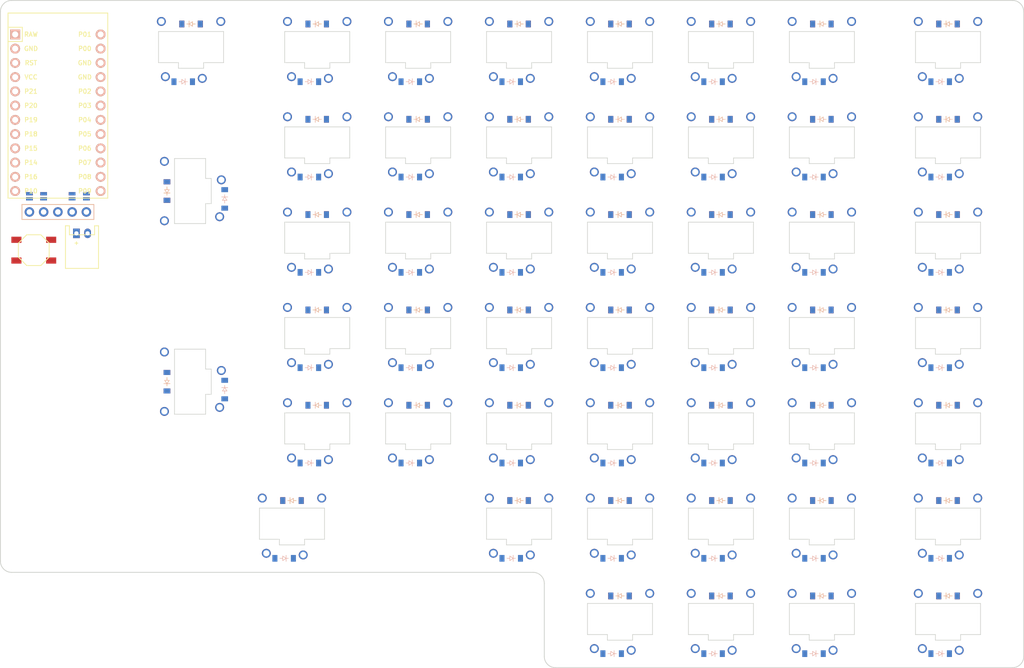
<source format=kicad_pcb>
(kicad_pcb (version 20171130) (host pcbnew 5.1.6)
  (title_block (title right) (rev v1.0.0) (company Unknown))
  (layers (0 F.Cu signal) (31 B.Cu signal) (34 B.Paste user) (35 F.Paste user) (36 B.SilkS user) (37 F.SilkS user) (38 B.Mask user) (39 F.Mask user) (44 Edge.Cuts user))
  (net 0 "")
  (net 1 "mirror_q_bottom")
  (net 2 "C1")
  (net 3 "mirror_q_home")
  (net 4 "mirror_q_top")
  (net 5 "mirror_q_num")
  (net 6 "mirror_q_f")
  (net 7 "mirror_w_bottom")
  (net 8 "C2")
  (net 9 "mirror_w_home")
  (net 10 "mirror_w_top")
  (net 11 "mirror_w_num")
  (net 12 "mirror_w_f")
  (net 13 "mirror_e_bottom")
  (net 14 "C3")
  (net 15 "mirror_e_home")
  (net 16 "mirror_e_top")
  (net 17 "mirror_e_num")
  (net 18 "mirror_e_f")
  (net 19 "mirror_r_bottom")
  (net 20 "C4")
  (net 21 "mirror_r_home")
  (net 22 "mirror_r_top")
  (net 23 "mirror_r_num")
  (net 24 "mirror_r_f")
  (net 25 "mirror_t_bottom")
  (net 26 "C5")
  (net 27 "mirror_t_home")
  (net 28 "mirror_t_top")
  (net 29 "mirror_t_num")
  (net 30 "mirror_t_f")
  (net 31 "mirror_one_down")
  (net 32 "C0")
  (net 33 "mirror_one_up")
  (net 34 "mirror_two_down")
  (net 35 "mirror_two_up")
  (net 36 "mirror_three_down")
  (net 37 "mirror_three_up")
  (net 38 "mirror_one_f")
  (net 39 "C6")
  (net 40 "mirror_alt_space")
  (net 41 "mirror_space_space")
  (net 42 "mirror_sym_bottom")
  (net 43 "mirror_sym_home")
  (net 44 "mirror_sym_top")
  (net 45 "mirror_sym_num")
  (net 46 "mirror_sym_f")
  (net 47 "mirror_sym_ctl_down")
  (net 48 "C7")
  (net 49 "mirror_sym_ctl_up")
  (net 50 "mirror_one_enter")
  (net 51 "mirror_one_back")
  (net 52 "R4")
  (net 53 "R3")
  (net 54 "R2")
  (net 55 "R1")
  (net 56 "R0")
  (net 57 "R7")
  (net 58 "R6")
  (net 59 "R5")
  (net 60 "bl_mirror_q_bottomR4")
  (net 61 "GND")
  (net 62 "bl_mirror_q_homeR3")
  (net 63 "bl_mirror_q_topR2")
  (net 64 "bl_mirror_q_numR1")
  (net 65 "bl_mirror_q_fR0")
  (net 66 "bl_mirror_w_bottomR4")
  (net 67 "bl_mirror_w_homeR3")
  (net 68 "bl_mirror_w_topR2")
  (net 69 "bl_mirror_w_numR1")
  (net 70 "bl_mirror_w_fR0")
  (net 71 "bl_mirror_e_bottomR4")
  (net 72 "bl_mirror_e_homeR3")
  (net 73 "bl_mirror_e_topR2")
  (net 74 "bl_mirror_e_numR1")
  (net 75 "bl_mirror_e_fR0")
  (net 76 "bl_mirror_r_bottomR4")
  (net 77 "bl_mirror_r_homeR3")
  (net 78 "bl_mirror_r_topR2")
  (net 79 "bl_mirror_r_numR1")
  (net 80 "bl_mirror_r_fR0")
  (net 81 "bl_mirror_t_bottomR4")
  (net 82 "bl_mirror_t_homeR3")
  (net 83 "bl_mirror_t_topR2")
  (net 84 "bl_mirror_t_numR1")
  (net 85 "bl_mirror_t_fR0")
  (net 86 "bl_mirror_one_downR7")
  (net 87 "bl_mirror_one_upR7")
  (net 88 "bl_mirror_two_downR7")
  (net 89 "bl_mirror_two_upR7")
  (net 90 "bl_mirror_three_downR7")
  (net 91 "bl_mirror_three_upR7")
  (net 92 "bl_mirror_one_fR0")
  (net 93 "bl_mirror_alt_spaceR6")
  (net 94 "bl_mirror_space_spaceR6")
  (net 95 "bl_mirror_sym_bottomR4")
  (net 96 "bl_mirror_sym_homeR3")
  (net 97 "bl_mirror_sym_topR2")
  (net 98 "bl_mirror_sym_numR1")
  (net 99 "bl_mirror_sym_fR0")
  (net 100 "bl_mirror_sym_ctl_downR6")
  (net 101 "bl_mirror_sym_ctl_upR5")
  (net 102 "bl_mirror_one_enterR2")
  (net 103 "bl_mirror_one_backR1")
  (net 104 "bl_pwr")
  (net 105 "BAT_P")
  (net 106 "RST")
  (net 107 "VCC")
  (net 108 "DPC")
  (net 109 "DPD")
  (net 110 "DPE")
  (net 111 "DISP1_1")
  (net 112 "DISP1_2")
  (net 113 "DISP1_4")
  (net 114 "DISP1_5")
  (module lib:Kailh_PG1232 (layer F.Cu) (at 346.5 100 0)
    (fp_text reference "S1" hide)
    (fp_text value Kailh_PG1232)
    (fp_line (start 2.25 2.6) (end 5.8 2.6) (layer Edge.Cuts) (width 0.12))
    (fp_line (start -2.25 2.6) (end -5.8 2.6) (layer Edge.Cuts) (width 0.12))
    (fp_line (start 2.25 3.6) (end 2.25 2.6) (layer Edge.Cuts) (width 0.12))
    (fp_line (start -2.25 3.6) (end 2.25 3.6) (layer Edge.Cuts) (width 0.12))
    (fp_line (start -2.25 2.6) (end -2.25 3.6) (layer Edge.Cuts) (width 0.12))
    (fp_line (start -5.8 2.6) (end -5.8 -2.95) (layer Edge.Cuts) (width 0.12))
    (fp_line (start 5.8 -2.95) (end 5.8 2.6) (layer Edge.Cuts) (width 0.12))
    (fp_line (start -5.8 -2.95) (end 5.8 -2.95) (layer Edge.Cuts) (width 0.12))
    (pad 3 thru_hole circle (at 5.3 -4.75) (size 1.6 1.6) (drill 1.1) (layers *.Cu *.Mask) (clearance 0.2))
    (pad 4 thru_hole circle (at -5.3 -4.75) (size 1.6 1.6) (drill 1.1) (layers *.Cu *.Mask) (clearance 0.2))
    (pad 1 thru_hole circle (at -4.58 5.1) (size 1.6 1.6) (drill 1.1) (layers *.Cu *.Mask) (net 1 "mirror_q_bottom") (clearance 0.2))
    (pad 2 thru_hole circle (at 2 5.4) (size 1.6 1.6) (drill 1.1) (layers *.Cu *.Mask) (net 2 "C1") (clearance 0.2))
  )
  (module lib:Kailh_PG1232 (layer F.Cu) (at 346.5 83 0)
    (fp_text reference "S2" hide)
    (fp_text value Kailh_PG1232)
    (fp_line (start 2.25 2.6) (end 5.8 2.6) (layer Edge.Cuts) (width 0.12))
    (fp_line (start -2.25 2.6) (end -5.8 2.6) (layer Edge.Cuts) (width 0.12))
    (fp_line (start 2.25 3.6) (end 2.25 2.6) (layer Edge.Cuts) (width 0.12))
    (fp_line (start -2.25 3.6) (end 2.25 3.6) (layer Edge.Cuts) (width 0.12))
    (fp_line (start -2.25 2.6) (end -2.25 3.6) (layer Edge.Cuts) (width 0.12))
    (fp_line (start -5.8 2.6) (end -5.8 -2.95) (layer Edge.Cuts) (width 0.12))
    (fp_line (start 5.8 -2.95) (end 5.8 2.6) (layer Edge.Cuts) (width 0.12))
    (fp_line (start -5.8 -2.95) (end 5.8 -2.95) (layer Edge.Cuts) (width 0.12))
    (pad 3 thru_hole circle (at 5.3 -4.75) (size 1.6 1.6) (drill 1.1) (layers *.Cu *.Mask) (clearance 0.2))
    (pad 4 thru_hole circle (at -5.3 -4.75) (size 1.6 1.6) (drill 1.1) (layers *.Cu *.Mask) (clearance 0.2))
    (pad 1 thru_hole circle (at -4.58 5.1) (size 1.6 1.6) (drill 1.1) (layers *.Cu *.Mask) (net 3 "mirror_q_home") (clearance 0.2))
    (pad 2 thru_hole circle (at 2 5.4) (size 1.6 1.6) (drill 1.1) (layers *.Cu *.Mask) (net 2 "C1") (clearance 0.2))
  )
  (module lib:Kailh_PG1232 (layer F.Cu) (at 346.5 66 0)
    (fp_text reference "S3" hide)
    (fp_text value Kailh_PG1232)
    (fp_line (start 2.25 2.6) (end 5.8 2.6) (layer Edge.Cuts) (width 0.12))
    (fp_line (start -2.25 2.6) (end -5.8 2.6) (layer Edge.Cuts) (width 0.12))
    (fp_line (start 2.25 3.6) (end 2.25 2.6) (layer Edge.Cuts) (width 0.12))
    (fp_line (start -2.25 3.6) (end 2.25 3.6) (layer Edge.Cuts) (width 0.12))
    (fp_line (start -2.25 2.6) (end -2.25 3.6) (layer Edge.Cuts) (width 0.12))
    (fp_line (start -5.8 2.6) (end -5.8 -2.95) (layer Edge.Cuts) (width 0.12))
    (fp_line (start 5.8 -2.95) (end 5.8 2.6) (layer Edge.Cuts) (width 0.12))
    (fp_line (start -5.8 -2.95) (end 5.8 -2.95) (layer Edge.Cuts) (width 0.12))
    (pad 3 thru_hole circle (at 5.3 -4.75) (size 1.6 1.6) (drill 1.1) (layers *.Cu *.Mask) (clearance 0.2))
    (pad 4 thru_hole circle (at -5.3 -4.75) (size 1.6 1.6) (drill 1.1) (layers *.Cu *.Mask) (clearance 0.2))
    (pad 1 thru_hole circle (at -4.58 5.1) (size 1.6 1.6) (drill 1.1) (layers *.Cu *.Mask) (net 4 "mirror_q_top") (clearance 0.2))
    (pad 2 thru_hole circle (at 2 5.4) (size 1.6 1.6) (drill 1.1) (layers *.Cu *.Mask) (net 2 "C1") (clearance 0.2))
  )
  (module lib:Kailh_PG1232 (layer F.Cu) (at 346.5 49 0)
    (fp_text reference "S4" hide)
    (fp_text value Kailh_PG1232)
    (fp_line (start 2.25 2.6) (end 5.8 2.6) (layer Edge.Cuts) (width 0.12))
    (fp_line (start -2.25 2.6) (end -5.8 2.6) (layer Edge.Cuts) (width 0.12))
    (fp_line (start 2.25 3.6) (end 2.25 2.6) (layer Edge.Cuts) (width 0.12))
    (fp_line (start -2.25 3.6) (end 2.25 3.6) (layer Edge.Cuts) (width 0.12))
    (fp_line (start -2.25 2.6) (end -2.25 3.6) (layer Edge.Cuts) (width 0.12))
    (fp_line (start -5.8 2.6) (end -5.8 -2.95) (layer Edge.Cuts) (width 0.12))
    (fp_line (start 5.8 -2.95) (end 5.8 2.6) (layer Edge.Cuts) (width 0.12))
    (fp_line (start -5.8 -2.95) (end 5.8 -2.95) (layer Edge.Cuts) (width 0.12))
    (pad 3 thru_hole circle (at 5.3 -4.75) (size 1.6 1.6) (drill 1.1) (layers *.Cu *.Mask) (clearance 0.2))
    (pad 4 thru_hole circle (at -5.3 -4.75) (size 1.6 1.6) (drill 1.1) (layers *.Cu *.Mask) (clearance 0.2))
    (pad 1 thru_hole circle (at -4.58 5.1) (size 1.6 1.6) (drill 1.1) (layers *.Cu *.Mask) (net 5 "mirror_q_num") (clearance 0.2))
    (pad 2 thru_hole circle (at 2 5.4) (size 1.6 1.6) (drill 1.1) (layers *.Cu *.Mask) (net 2 "C1") (clearance 0.2))
  )
  (module lib:Kailh_PG1232 (layer F.Cu) (at 346.5 32 0)
    (fp_text reference "S5" hide)
    (fp_text value Kailh_PG1232)
    (fp_line (start 2.25 2.6) (end 5.8 2.6) (layer Edge.Cuts) (width 0.12))
    (fp_line (start -2.25 2.6) (end -5.8 2.6) (layer Edge.Cuts) (width 0.12))
    (fp_line (start 2.25 3.6) (end 2.25 2.6) (layer Edge.Cuts) (width 0.12))
    (fp_line (start -2.25 3.6) (end 2.25 3.6) (layer Edge.Cuts) (width 0.12))
    (fp_line (start -2.25 2.6) (end -2.25 3.6) (layer Edge.Cuts) (width 0.12))
    (fp_line (start -5.8 2.6) (end -5.8 -2.95) (layer Edge.Cuts) (width 0.12))
    (fp_line (start 5.8 -2.95) (end 5.8 2.6) (layer Edge.Cuts) (width 0.12))
    (fp_line (start -5.8 -2.95) (end 5.8 -2.95) (layer Edge.Cuts) (width 0.12))
    (pad 3 thru_hole circle (at 5.3 -4.75) (size 1.6 1.6) (drill 1.1) (layers *.Cu *.Mask) (clearance 0.2))
    (pad 4 thru_hole circle (at -5.3 -4.75) (size 1.6 1.6) (drill 1.1) (layers *.Cu *.Mask) (clearance 0.2))
    (pad 1 thru_hole circle (at -4.58 5.1) (size 1.6 1.6) (drill 1.1) (layers *.Cu *.Mask) (net 6 "mirror_q_f") (clearance 0.2))
    (pad 2 thru_hole circle (at 2 5.4) (size 1.6 1.6) (drill 1.1) (layers *.Cu *.Mask) (net 2 "C1") (clearance 0.2))
  )
  (module lib:Kailh_PG1232 (layer F.Cu) (at 328.5 100 0)
    (fp_text reference "S6" hide)
    (fp_text value Kailh_PG1232)
    (fp_line (start 2.25 2.6) (end 5.8 2.6) (layer Edge.Cuts) (width 0.12))
    (fp_line (start -2.25 2.6) (end -5.8 2.6) (layer Edge.Cuts) (width 0.12))
    (fp_line (start 2.25 3.6) (end 2.25 2.6) (layer Edge.Cuts) (width 0.12))
    (fp_line (start -2.25 3.6) (end 2.25 3.6) (layer Edge.Cuts) (width 0.12))
    (fp_line (start -2.25 2.6) (end -2.25 3.6) (layer Edge.Cuts) (width 0.12))
    (fp_line (start -5.8 2.6) (end -5.8 -2.95) (layer Edge.Cuts) (width 0.12))
    (fp_line (start 5.8 -2.95) (end 5.8 2.6) (layer Edge.Cuts) (width 0.12))
    (fp_line (start -5.8 -2.95) (end 5.8 -2.95) (layer Edge.Cuts) (width 0.12))
    (pad 3 thru_hole circle (at 5.3 -4.75) (size 1.6 1.6) (drill 1.1) (layers *.Cu *.Mask) (clearance 0.2))
    (pad 4 thru_hole circle (at -5.3 -4.75) (size 1.6 1.6) (drill 1.1) (layers *.Cu *.Mask) (clearance 0.2))
    (pad 1 thru_hole circle (at -4.58 5.1) (size 1.6 1.6) (drill 1.1) (layers *.Cu *.Mask) (net 7 "mirror_w_bottom") (clearance 0.2))
    (pad 2 thru_hole circle (at 2 5.4) (size 1.6 1.6) (drill 1.1) (layers *.Cu *.Mask) (net 8 "C2") (clearance 0.2))
  )
  (module lib:Kailh_PG1232 (layer F.Cu) (at 328.5 83 0)
    (fp_text reference "S7" hide)
    (fp_text value Kailh_PG1232)
    (fp_line (start 2.25 2.6) (end 5.8 2.6) (layer Edge.Cuts) (width 0.12))
    (fp_line (start -2.25 2.6) (end -5.8 2.6) (layer Edge.Cuts) (width 0.12))
    (fp_line (start 2.25 3.6) (end 2.25 2.6) (layer Edge.Cuts) (width 0.12))
    (fp_line (start -2.25 3.6) (end 2.25 3.6) (layer Edge.Cuts) (width 0.12))
    (fp_line (start -2.25 2.6) (end -2.25 3.6) (layer Edge.Cuts) (width 0.12))
    (fp_line (start -5.8 2.6) (end -5.8 -2.95) (layer Edge.Cuts) (width 0.12))
    (fp_line (start 5.8 -2.95) (end 5.8 2.6) (layer Edge.Cuts) (width 0.12))
    (fp_line (start -5.8 -2.95) (end 5.8 -2.95) (layer Edge.Cuts) (width 0.12))
    (pad 3 thru_hole circle (at 5.3 -4.75) (size 1.6 1.6) (drill 1.1) (layers *.Cu *.Mask) (clearance 0.2))
    (pad 4 thru_hole circle (at -5.3 -4.75) (size 1.6 1.6) (drill 1.1) (layers *.Cu *.Mask) (clearance 0.2))
    (pad 1 thru_hole circle (at -4.58 5.1) (size 1.6 1.6) (drill 1.1) (layers *.Cu *.Mask) (net 9 "mirror_w_home") (clearance 0.2))
    (pad 2 thru_hole circle (at 2 5.4) (size 1.6 1.6) (drill 1.1) (layers *.Cu *.Mask) (net 8 "C2") (clearance 0.2))
  )
  (module lib:Kailh_PG1232 (layer F.Cu) (at 328.5 66 0)
    (fp_text reference "S8" hide)
    (fp_text value Kailh_PG1232)
    (fp_line (start 2.25 2.6) (end 5.8 2.6) (layer Edge.Cuts) (width 0.12))
    (fp_line (start -2.25 2.6) (end -5.8 2.6) (layer Edge.Cuts) (width 0.12))
    (fp_line (start 2.25 3.6) (end 2.25 2.6) (layer Edge.Cuts) (width 0.12))
    (fp_line (start -2.25 3.6) (end 2.25 3.6) (layer Edge.Cuts) (width 0.12))
    (fp_line (start -2.25 2.6) (end -2.25 3.6) (layer Edge.Cuts) (width 0.12))
    (fp_line (start -5.8 2.6) (end -5.8 -2.95) (layer Edge.Cuts) (width 0.12))
    (fp_line (start 5.8 -2.95) (end 5.8 2.6) (layer Edge.Cuts) (width 0.12))
    (fp_line (start -5.8 -2.95) (end 5.8 -2.95) (layer Edge.Cuts) (width 0.12))
    (pad 3 thru_hole circle (at 5.3 -4.75) (size 1.6 1.6) (drill 1.1) (layers *.Cu *.Mask) (clearance 0.2))
    (pad 4 thru_hole circle (at -5.3 -4.75) (size 1.6 1.6) (drill 1.1) (layers *.Cu *.Mask) (clearance 0.2))
    (pad 1 thru_hole circle (at -4.58 5.1) (size 1.6 1.6) (drill 1.1) (layers *.Cu *.Mask) (net 10 "mirror_w_top") (clearance 0.2))
    (pad 2 thru_hole circle (at 2 5.4) (size 1.6 1.6) (drill 1.1) (layers *.Cu *.Mask) (net 8 "C2") (clearance 0.2))
  )
  (module lib:Kailh_PG1232 (layer F.Cu) (at 328.5 49 0)
    (fp_text reference "S9" hide)
    (fp_text value Kailh_PG1232)
    (fp_line (start 2.25 2.6) (end 5.8 2.6) (layer Edge.Cuts) (width 0.12))
    (fp_line (start -2.25 2.6) (end -5.8 2.6) (layer Edge.Cuts) (width 0.12))
    (fp_line (start 2.25 3.6) (end 2.25 2.6) (layer Edge.Cuts) (width 0.12))
    (fp_line (start -2.25 3.6) (end 2.25 3.6) (layer Edge.Cuts) (width 0.12))
    (fp_line (start -2.25 2.6) (end -2.25 3.6) (layer Edge.Cuts) (width 0.12))
    (fp_line (start -5.8 2.6) (end -5.8 -2.95) (layer Edge.Cuts) (width 0.12))
    (fp_line (start 5.8 -2.95) (end 5.8 2.6) (layer Edge.Cuts) (width 0.12))
    (fp_line (start -5.8 -2.95) (end 5.8 -2.95) (layer Edge.Cuts) (width 0.12))
    (pad 3 thru_hole circle (at 5.3 -4.75) (size 1.6 1.6) (drill 1.1) (layers *.Cu *.Mask) (clearance 0.2))
    (pad 4 thru_hole circle (at -5.3 -4.75) (size 1.6 1.6) (drill 1.1) (layers *.Cu *.Mask) (clearance 0.2))
    (pad 1 thru_hole circle (at -4.58 5.1) (size 1.6 1.6) (drill 1.1) (layers *.Cu *.Mask) (net 11 "mirror_w_num") (clearance 0.2))
    (pad 2 thru_hole circle (at 2 5.4) (size 1.6 1.6) (drill 1.1) (layers *.Cu *.Mask) (net 8 "C2") (clearance 0.2))
  )
  (module lib:Kailh_PG1232 (layer F.Cu) (at 328.5 32 0)
    (fp_text reference "S10" hide)
    (fp_text value Kailh_PG1232)
    (fp_line (start 2.25 2.6) (end 5.8 2.6) (layer Edge.Cuts) (width 0.12))
    (fp_line (start -2.25 2.6) (end -5.8 2.6) (layer Edge.Cuts) (width 0.12))
    (fp_line (start 2.25 3.6) (end 2.25 2.6) (layer Edge.Cuts) (width 0.12))
    (fp_line (start -2.25 3.6) (end 2.25 3.6) (layer Edge.Cuts) (width 0.12))
    (fp_line (start -2.25 2.6) (end -2.25 3.6) (layer Edge.Cuts) (width 0.12))
    (fp_line (start -5.8 2.6) (end -5.8 -2.95) (layer Edge.Cuts) (width 0.12))
    (fp_line (start 5.8 -2.95) (end 5.8 2.6) (layer Edge.Cuts) (width 0.12))
    (fp_line (start -5.8 -2.95) (end 5.8 -2.95) (layer Edge.Cuts) (width 0.12))
    (pad 3 thru_hole circle (at 5.3 -4.75) (size 1.6 1.6) (drill 1.1) (layers *.Cu *.Mask) (clearance 0.2))
    (pad 4 thru_hole circle (at -5.3 -4.75) (size 1.6 1.6) (drill 1.1) (layers *.Cu *.Mask) (clearance 0.2))
    (pad 1 thru_hole circle (at -4.58 5.1) (size 1.6 1.6) (drill 1.1) (layers *.Cu *.Mask) (net 12 "mirror_w_f") (clearance 0.2))
    (pad 2 thru_hole circle (at 2 5.4) (size 1.6 1.6) (drill 1.1) (layers *.Cu *.Mask) (net 8 "C2") (clearance 0.2))
  )
  (module lib:Kailh_PG1232 (layer F.Cu) (at 310.5 100 0)
    (fp_text reference "S11" hide)
    (fp_text value Kailh_PG1232)
    (fp_line (start 2.25 2.6) (end 5.8 2.6) (layer Edge.Cuts) (width 0.12))
    (fp_line (start -2.25 2.6) (end -5.8 2.6) (layer Edge.Cuts) (width 0.12))
    (fp_line (start 2.25 3.6) (end 2.25 2.6) (layer Edge.Cuts) (width 0.12))
    (fp_line (start -2.25 3.6) (end 2.25 3.6) (layer Edge.Cuts) (width 0.12))
    (fp_line (start -2.25 2.6) (end -2.25 3.6) (layer Edge.Cuts) (width 0.12))
    (fp_line (start -5.8 2.6) (end -5.8 -2.95) (layer Edge.Cuts) (width 0.12))
    (fp_line (start 5.8 -2.95) (end 5.8 2.6) (layer Edge.Cuts) (width 0.12))
    (fp_line (start -5.8 -2.95) (end 5.8 -2.95) (layer Edge.Cuts) (width 0.12))
    (pad 3 thru_hole circle (at 5.3 -4.75) (size 1.6 1.6) (drill 1.1) (layers *.Cu *.Mask) (clearance 0.2))
    (pad 4 thru_hole circle (at -5.3 -4.75) (size 1.6 1.6) (drill 1.1) (layers *.Cu *.Mask) (clearance 0.2))
    (pad 1 thru_hole circle (at -4.58 5.1) (size 1.6 1.6) (drill 1.1) (layers *.Cu *.Mask) (net 13 "mirror_e_bottom") (clearance 0.2))
    (pad 2 thru_hole circle (at 2 5.4) (size 1.6 1.6) (drill 1.1) (layers *.Cu *.Mask) (net 14 "C3") (clearance 0.2))
  )
  (module lib:Kailh_PG1232 (layer F.Cu) (at 310.5 83 0)
    (fp_text reference "S12" hide)
    (fp_text value Kailh_PG1232)
    (fp_line (start 2.25 2.6) (end 5.8 2.6) (layer Edge.Cuts) (width 0.12))
    (fp_line (start -2.25 2.6) (end -5.8 2.6) (layer Edge.Cuts) (width 0.12))
    (fp_line (start 2.25 3.6) (end 2.25 2.6) (layer Edge.Cuts) (width 0.12))
    (fp_line (start -2.25 3.6) (end 2.25 3.6) (layer Edge.Cuts) (width 0.12))
    (fp_line (start -2.25 2.6) (end -2.25 3.6) (layer Edge.Cuts) (width 0.12))
    (fp_line (start -5.8 2.6) (end -5.8 -2.95) (layer Edge.Cuts) (width 0.12))
    (fp_line (start 5.8 -2.95) (end 5.8 2.6) (layer Edge.Cuts) (width 0.12))
    (fp_line (start -5.8 -2.95) (end 5.8 -2.95) (layer Edge.Cuts) (width 0.12))
    (pad 3 thru_hole circle (at 5.3 -4.75) (size 1.6 1.6) (drill 1.1) (layers *.Cu *.Mask) (clearance 0.2))
    (pad 4 thru_hole circle (at -5.3 -4.75) (size 1.6 1.6) (drill 1.1) (layers *.Cu *.Mask) (clearance 0.2))
    (pad 1 thru_hole circle (at -4.58 5.1) (size 1.6 1.6) (drill 1.1) (layers *.Cu *.Mask) (net 15 "mirror_e_home") (clearance 0.2))
    (pad 2 thru_hole circle (at 2 5.4) (size 1.6 1.6) (drill 1.1) (layers *.Cu *.Mask) (net 14 "C3") (clearance 0.2))
  )
  (module lib:Kailh_PG1232 (layer F.Cu) (at 310.5 66 0)
    (fp_text reference "S13" hide)
    (fp_text value Kailh_PG1232)
    (fp_line (start 2.25 2.6) (end 5.8 2.6) (layer Edge.Cuts) (width 0.12))
    (fp_line (start -2.25 2.6) (end -5.8 2.6) (layer Edge.Cuts) (width 0.12))
    (fp_line (start 2.25 3.6) (end 2.25 2.6) (layer Edge.Cuts) (width 0.12))
    (fp_line (start -2.25 3.6) (end 2.25 3.6) (layer Edge.Cuts) (width 0.12))
    (fp_line (start -2.25 2.6) (end -2.25 3.6) (layer Edge.Cuts) (width 0.12))
    (fp_line (start -5.8 2.6) (end -5.8 -2.95) (layer Edge.Cuts) (width 0.12))
    (fp_line (start 5.8 -2.95) (end 5.8 2.6) (layer Edge.Cuts) (width 0.12))
    (fp_line (start -5.8 -2.95) (end 5.8 -2.95) (layer Edge.Cuts) (width 0.12))
    (pad 3 thru_hole circle (at 5.3 -4.75) (size 1.6 1.6) (drill 1.1) (layers *.Cu *.Mask) (clearance 0.2))
    (pad 4 thru_hole circle (at -5.3 -4.75) (size 1.6 1.6) (drill 1.1) (layers *.Cu *.Mask) (clearance 0.2))
    (pad 1 thru_hole circle (at -4.58 5.1) (size 1.6 1.6) (drill 1.1) (layers *.Cu *.Mask) (net 16 "mirror_e_top") (clearance 0.2))
    (pad 2 thru_hole circle (at 2 5.4) (size 1.6 1.6) (drill 1.1) (layers *.Cu *.Mask) (net 14 "C3") (clearance 0.2))
  )
  (module lib:Kailh_PG1232 (layer F.Cu) (at 310.5 49 0)
    (fp_text reference "S14" hide)
    (fp_text value Kailh_PG1232)
    (fp_line (start 2.25 2.6) (end 5.8 2.6) (layer Edge.Cuts) (width 0.12))
    (fp_line (start -2.25 2.6) (end -5.8 2.6) (layer Edge.Cuts) (width 0.12))
    (fp_line (start 2.25 3.6) (end 2.25 2.6) (layer Edge.Cuts) (width 0.12))
    (fp_line (start -2.25 3.6) (end 2.25 3.6) (layer Edge.Cuts) (width 0.12))
    (fp_line (start -2.25 2.6) (end -2.25 3.6) (layer Edge.Cuts) (width 0.12))
    (fp_line (start -5.8 2.6) (end -5.8 -2.95) (layer Edge.Cuts) (width 0.12))
    (fp_line (start 5.8 -2.95) (end 5.8 2.6) (layer Edge.Cuts) (width 0.12))
    (fp_line (start -5.8 -2.95) (end 5.8 -2.95) (layer Edge.Cuts) (width 0.12))
    (pad 3 thru_hole circle (at 5.3 -4.75) (size 1.6 1.6) (drill 1.1) (layers *.Cu *.Mask) (clearance 0.2))
    (pad 4 thru_hole circle (at -5.3 -4.75) (size 1.6 1.6) (drill 1.1) (layers *.Cu *.Mask) (clearance 0.2))
    (pad 1 thru_hole circle (at -4.58 5.1) (size 1.6 1.6) (drill 1.1) (layers *.Cu *.Mask) (net 17 "mirror_e_num") (clearance 0.2))
    (pad 2 thru_hole circle (at 2 5.4) (size 1.6 1.6) (drill 1.1) (layers *.Cu *.Mask) (net 14 "C3") (clearance 0.2))
  )
  (module lib:Kailh_PG1232 (layer F.Cu) (at 310.5 32 0)
    (fp_text reference "S15" hide)
    (fp_text value Kailh_PG1232)
    (fp_line (start 2.25 2.6) (end 5.8 2.6) (layer Edge.Cuts) (width 0.12))
    (fp_line (start -2.25 2.6) (end -5.8 2.6) (layer Edge.Cuts) (width 0.12))
    (fp_line (start 2.25 3.6) (end 2.25 2.6) (layer Edge.Cuts) (width 0.12))
    (fp_line (start -2.25 3.6) (end 2.25 3.6) (layer Edge.Cuts) (width 0.12))
    (fp_line (start -2.25 2.6) (end -2.25 3.6) (layer Edge.Cuts) (width 0.12))
    (fp_line (start -5.8 2.6) (end -5.8 -2.95) (layer Edge.Cuts) (width 0.12))
    (fp_line (start 5.8 -2.95) (end 5.8 2.6) (layer Edge.Cuts) (width 0.12))
    (fp_line (start -5.8 -2.95) (end 5.8 -2.95) (layer Edge.Cuts) (width 0.12))
    (pad 3 thru_hole circle (at 5.3 -4.75) (size 1.6 1.6) (drill 1.1) (layers *.Cu *.Mask) (clearance 0.2))
    (pad 4 thru_hole circle (at -5.3 -4.75) (size 1.6 1.6) (drill 1.1) (layers *.Cu *.Mask) (clearance 0.2))
    (pad 1 thru_hole circle (at -4.58 5.1) (size 1.6 1.6) (drill 1.1) (layers *.Cu *.Mask) (net 18 "mirror_e_f") (clearance 0.2))
    (pad 2 thru_hole circle (at 2 5.4) (size 1.6 1.6) (drill 1.1) (layers *.Cu *.Mask) (net 14 "C3") (clearance 0.2))
  )
  (module lib:Kailh_PG1232 (layer F.Cu) (at 292.5 100 0)
    (fp_text reference "S16" hide)
    (fp_text value Kailh_PG1232)
    (fp_line (start 2.25 2.6) (end 5.8 2.6) (layer Edge.Cuts) (width 0.12))
    (fp_line (start -2.25 2.6) (end -5.8 2.6) (layer Edge.Cuts) (width 0.12))
    (fp_line (start 2.25 3.6) (end 2.25 2.6) (layer Edge.Cuts) (width 0.12))
    (fp_line (start -2.25 3.6) (end 2.25 3.6) (layer Edge.Cuts) (width 0.12))
    (fp_line (start -2.25 2.6) (end -2.25 3.6) (layer Edge.Cuts) (width 0.12))
    (fp_line (start -5.8 2.6) (end -5.8 -2.95) (layer Edge.Cuts) (width 0.12))
    (fp_line (start 5.8 -2.95) (end 5.8 2.6) (layer Edge.Cuts) (width 0.12))
    (fp_line (start -5.8 -2.95) (end 5.8 -2.95) (layer Edge.Cuts) (width 0.12))
    (pad 3 thru_hole circle (at 5.3 -4.75) (size 1.6 1.6) (drill 1.1) (layers *.Cu *.Mask) (clearance 0.2))
    (pad 4 thru_hole circle (at -5.3 -4.75) (size 1.6 1.6) (drill 1.1) (layers *.Cu *.Mask) (clearance 0.2))
    (pad 1 thru_hole circle (at -4.58 5.1) (size 1.6 1.6) (drill 1.1) (layers *.Cu *.Mask) (net 19 "mirror_r_bottom") (clearance 0.2))
    (pad 2 thru_hole circle (at 2 5.4) (size 1.6 1.6) (drill 1.1) (layers *.Cu *.Mask) (net 20 "C4") (clearance 0.2))
  )
  (module lib:Kailh_PG1232 (layer F.Cu) (at 292.5 83 0)
    (fp_text reference "S17" hide)
    (fp_text value Kailh_PG1232)
    (fp_line (start 2.25 2.6) (end 5.8 2.6) (layer Edge.Cuts) (width 0.12))
    (fp_line (start -2.25 2.6) (end -5.8 2.6) (layer Edge.Cuts) (width 0.12))
    (fp_line (start 2.25 3.6) (end 2.25 2.6) (layer Edge.Cuts) (width 0.12))
    (fp_line (start -2.25 3.6) (end 2.25 3.6) (layer Edge.Cuts) (width 0.12))
    (fp_line (start -2.25 2.6) (end -2.25 3.6) (layer Edge.Cuts) (width 0.12))
    (fp_line (start -5.8 2.6) (end -5.8 -2.95) (layer Edge.Cuts) (width 0.12))
    (fp_line (start 5.8 -2.95) (end 5.8 2.6) (layer Edge.Cuts) (width 0.12))
    (fp_line (start -5.8 -2.95) (end 5.8 -2.95) (layer Edge.Cuts) (width 0.12))
    (pad 3 thru_hole circle (at 5.3 -4.75) (size 1.6 1.6) (drill 1.1) (layers *.Cu *.Mask) (clearance 0.2))
    (pad 4 thru_hole circle (at -5.3 -4.75) (size 1.6 1.6) (drill 1.1) (layers *.Cu *.Mask) (clearance 0.2))
    (pad 1 thru_hole circle (at -4.58 5.1) (size 1.6 1.6) (drill 1.1) (layers *.Cu *.Mask) (net 21 "mirror_r_home") (clearance 0.2))
    (pad 2 thru_hole circle (at 2 5.4) (size 1.6 1.6) (drill 1.1) (layers *.Cu *.Mask) (net 20 "C4") (clearance 0.2))
  )
  (module lib:Kailh_PG1232 (layer F.Cu) (at 292.5 66 0)
    (fp_text reference "S18" hide)
    (fp_text value Kailh_PG1232)
    (fp_line (start 2.25 2.6) (end 5.8 2.6) (layer Edge.Cuts) (width 0.12))
    (fp_line (start -2.25 2.6) (end -5.8 2.6) (layer Edge.Cuts) (width 0.12))
    (fp_line (start 2.25 3.6) (end 2.25 2.6) (layer Edge.Cuts) (width 0.12))
    (fp_line (start -2.25 3.6) (end 2.25 3.6) (layer Edge.Cuts) (width 0.12))
    (fp_line (start -2.25 2.6) (end -2.25 3.6) (layer Edge.Cuts) (width 0.12))
    (fp_line (start -5.8 2.6) (end -5.8 -2.95) (layer Edge.Cuts) (width 0.12))
    (fp_line (start 5.8 -2.95) (end 5.8 2.6) (layer Edge.Cuts) (width 0.12))
    (fp_line (start -5.8 -2.95) (end 5.8 -2.95) (layer Edge.Cuts) (width 0.12))
    (pad 3 thru_hole circle (at 5.3 -4.75) (size 1.6 1.6) (drill 1.1) (layers *.Cu *.Mask) (clearance 0.2))
    (pad 4 thru_hole circle (at -5.3 -4.75) (size 1.6 1.6) (drill 1.1) (layers *.Cu *.Mask) (clearance 0.2))
    (pad 1 thru_hole circle (at -4.58 5.1) (size 1.6 1.6) (drill 1.1) (layers *.Cu *.Mask) (net 22 "mirror_r_top") (clearance 0.2))
    (pad 2 thru_hole circle (at 2 5.4) (size 1.6 1.6) (drill 1.1) (layers *.Cu *.Mask) (net 20 "C4") (clearance 0.2))
  )
  (module lib:Kailh_PG1232 (layer F.Cu) (at 292.5 49 0)
    (fp_text reference "S19" hide)
    (fp_text value Kailh_PG1232)
    (fp_line (start 2.25 2.6) (end 5.8 2.6) (layer Edge.Cuts) (width 0.12))
    (fp_line (start -2.25 2.6) (end -5.8 2.6) (layer Edge.Cuts) (width 0.12))
    (fp_line (start 2.25 3.6) (end 2.25 2.6) (layer Edge.Cuts) (width 0.12))
    (fp_line (start -2.25 3.6) (end 2.25 3.6) (layer Edge.Cuts) (width 0.12))
    (fp_line (start -2.25 2.6) (end -2.25 3.6) (layer Edge.Cuts) (width 0.12))
    (fp_line (start -5.8 2.6) (end -5.8 -2.95) (layer Edge.Cuts) (width 0.12))
    (fp_line (start 5.8 -2.95) (end 5.8 2.6) (layer Edge.Cuts) (width 0.12))
    (fp_line (start -5.8 -2.95) (end 5.8 -2.95) (layer Edge.Cuts) (width 0.12))
    (pad 3 thru_hole circle (at 5.3 -4.75) (size 1.6 1.6) (drill 1.1) (layers *.Cu *.Mask) (clearance 0.2))
    (pad 4 thru_hole circle (at -5.3 -4.75) (size 1.6 1.6) (drill 1.1) (layers *.Cu *.Mask) (clearance 0.2))
    (pad 1 thru_hole circle (at -4.58 5.1) (size 1.6 1.6) (drill 1.1) (layers *.Cu *.Mask) (net 23 "mirror_r_num") (clearance 0.2))
    (pad 2 thru_hole circle (at 2 5.4) (size 1.6 1.6) (drill 1.1) (layers *.Cu *.Mask) (net 20 "C4") (clearance 0.2))
  )
  (module lib:Kailh_PG1232 (layer F.Cu) (at 292.5 32 0)
    (fp_text reference "S20" hide)
    (fp_text value Kailh_PG1232)
    (fp_line (start 2.25 2.6) (end 5.8 2.6) (layer Edge.Cuts) (width 0.12))
    (fp_line (start -2.25 2.6) (end -5.8 2.6) (layer Edge.Cuts) (width 0.12))
    (fp_line (start 2.25 3.6) (end 2.25 2.6) (layer Edge.Cuts) (width 0.12))
    (fp_line (start -2.25 3.6) (end 2.25 3.6) (layer Edge.Cuts) (width 0.12))
    (fp_line (start -2.25 2.6) (end -2.25 3.6) (layer Edge.Cuts) (width 0.12))
    (fp_line (start -5.8 2.6) (end -5.8 -2.95) (layer Edge.Cuts) (width 0.12))
    (fp_line (start 5.8 -2.95) (end 5.8 2.6) (layer Edge.Cuts) (width 0.12))
    (fp_line (start -5.8 -2.95) (end 5.8 -2.95) (layer Edge.Cuts) (width 0.12))
    (pad 3 thru_hole circle (at 5.3 -4.75) (size 1.6 1.6) (drill 1.1) (layers *.Cu *.Mask) (clearance 0.2))
    (pad 4 thru_hole circle (at -5.3 -4.75) (size 1.6 1.6) (drill 1.1) (layers *.Cu *.Mask) (clearance 0.2))
    (pad 1 thru_hole circle (at -4.58 5.1) (size 1.6 1.6) (drill 1.1) (layers *.Cu *.Mask) (net 24 "mirror_r_f") (clearance 0.2))
    (pad 2 thru_hole circle (at 2 5.4) (size 1.6 1.6) (drill 1.1) (layers *.Cu *.Mask) (net 20 "C4") (clearance 0.2))
  )
  (module lib:Kailh_PG1232 (layer F.Cu) (at 274.5 100 0)
    (fp_text reference "S21" hide)
    (fp_text value Kailh_PG1232)
    (fp_line (start 2.25 2.6) (end 5.8 2.6) (layer Edge.Cuts) (width 0.12))
    (fp_line (start -2.25 2.6) (end -5.8 2.6) (layer Edge.Cuts) (width 0.12))
    (fp_line (start 2.25 3.6) (end 2.25 2.6) (layer Edge.Cuts) (width 0.12))
    (fp_line (start -2.25 3.6) (end 2.25 3.6) (layer Edge.Cuts) (width 0.12))
    (fp_line (start -2.25 2.6) (end -2.25 3.6) (layer Edge.Cuts) (width 0.12))
    (fp_line (start -5.8 2.6) (end -5.8 -2.95) (layer Edge.Cuts) (width 0.12))
    (fp_line (start 5.8 -2.95) (end 5.8 2.6) (layer Edge.Cuts) (width 0.12))
    (fp_line (start -5.8 -2.95) (end 5.8 -2.95) (layer Edge.Cuts) (width 0.12))
    (pad 3 thru_hole circle (at 5.3 -4.75) (size 1.6 1.6) (drill 1.1) (layers *.Cu *.Mask) (clearance 0.2))
    (pad 4 thru_hole circle (at -5.3 -4.75) (size 1.6 1.6) (drill 1.1) (layers *.Cu *.Mask) (clearance 0.2))
    (pad 1 thru_hole circle (at -4.58 5.1) (size 1.6 1.6) (drill 1.1) (layers *.Cu *.Mask) (net 25 "mirror_t_bottom") (clearance 0.2))
    (pad 2 thru_hole circle (at 2 5.4) (size 1.6 1.6) (drill 1.1) (layers *.Cu *.Mask) (net 26 "C5") (clearance 0.2))
  )
  (module lib:Kailh_PG1232 (layer F.Cu) (at 274.5 83 0)
    (fp_text reference "S22" hide)
    (fp_text value Kailh_PG1232)
    (fp_line (start 2.25 2.6) (end 5.8 2.6) (layer Edge.Cuts) (width 0.12))
    (fp_line (start -2.25 2.6) (end -5.8 2.6) (layer Edge.Cuts) (width 0.12))
    (fp_line (start 2.25 3.6) (end 2.25 2.6) (layer Edge.Cuts) (width 0.12))
    (fp_line (start -2.25 3.6) (end 2.25 3.6) (layer Edge.Cuts) (width 0.12))
    (fp_line (start -2.25 2.6) (end -2.25 3.6) (layer Edge.Cuts) (width 0.12))
    (fp_line (start -5.8 2.6) (end -5.8 -2.95) (layer Edge.Cuts) (width 0.12))
    (fp_line (start 5.8 -2.95) (end 5.8 2.6) (layer Edge.Cuts) (width 0.12))
    (fp_line (start -5.8 -2.95) (end 5.8 -2.95) (layer Edge.Cuts) (width 0.12))
    (pad 3 thru_hole circle (at 5.3 -4.75) (size 1.6 1.6) (drill 1.1) (layers *.Cu *.Mask) (clearance 0.2))
    (pad 4 thru_hole circle (at -5.3 -4.75) (size 1.6 1.6) (drill 1.1) (layers *.Cu *.Mask) (clearance 0.2))
    (pad 1 thru_hole circle (at -4.58 5.1) (size 1.6 1.6) (drill 1.1) (layers *.Cu *.Mask) (net 27 "mirror_t_home") (clearance 0.2))
    (pad 2 thru_hole circle (at 2 5.4) (size 1.6 1.6) (drill 1.1) (layers *.Cu *.Mask) (net 26 "C5") (clearance 0.2))
  )
  (module lib:Kailh_PG1232 (layer F.Cu) (at 274.5 66 0)
    (fp_text reference "S23" hide)
    (fp_text value Kailh_PG1232)
    (fp_line (start 2.25 2.6) (end 5.8 2.6) (layer Edge.Cuts) (width 0.12))
    (fp_line (start -2.25 2.6) (end -5.8 2.6) (layer Edge.Cuts) (width 0.12))
    (fp_line (start 2.25 3.6) (end 2.25 2.6) (layer Edge.Cuts) (width 0.12))
    (fp_line (start -2.25 3.6) (end 2.25 3.6) (layer Edge.Cuts) (width 0.12))
    (fp_line (start -2.25 2.6) (end -2.25 3.6) (layer Edge.Cuts) (width 0.12))
    (fp_line (start -5.8 2.6) (end -5.8 -2.95) (layer Edge.Cuts) (width 0.12))
    (fp_line (start 5.8 -2.95) (end 5.8 2.6) (layer Edge.Cuts) (width 0.12))
    (fp_line (start -5.8 -2.95) (end 5.8 -2.95) (layer Edge.Cuts) (width 0.12))
    (pad 3 thru_hole circle (at 5.3 -4.75) (size 1.6 1.6) (drill 1.1) (layers *.Cu *.Mask) (clearance 0.2))
    (pad 4 thru_hole circle (at -5.3 -4.75) (size 1.6 1.6) (drill 1.1) (layers *.Cu *.Mask) (clearance 0.2))
    (pad 1 thru_hole circle (at -4.58 5.1) (size 1.6 1.6) (drill 1.1) (layers *.Cu *.Mask) (net 28 "mirror_t_top") (clearance 0.2))
    (pad 2 thru_hole circle (at 2 5.4) (size 1.6 1.6) (drill 1.1) (layers *.Cu *.Mask) (net 26 "C5") (clearance 0.2))
  )
  (module lib:Kailh_PG1232 (layer F.Cu) (at 274.5 49 0)
    (fp_text reference "S24" hide)
    (fp_text value Kailh_PG1232)
    (fp_line (start 2.25 2.6) (end 5.8 2.6) (layer Edge.Cuts) (width 0.12))
    (fp_line (start -2.25 2.6) (end -5.8 2.6) (layer Edge.Cuts) (width 0.12))
    (fp_line (start 2.25 3.6) (end 2.25 2.6) (layer Edge.Cuts) (width 0.12))
    (fp_line (start -2.25 3.6) (end 2.25 3.6) (layer Edge.Cuts) (width 0.12))
    (fp_line (start -2.25 2.6) (end -2.25 3.6) (layer Edge.Cuts) (width 0.12))
    (fp_line (start -5.8 2.6) (end -5.8 -2.95) (layer Edge.Cuts) (width 0.12))
    (fp_line (start 5.8 -2.95) (end 5.8 2.6) (layer Edge.Cuts) (width 0.12))
    (fp_line (start -5.8 -2.95) (end 5.8 -2.95) (layer Edge.Cuts) (width 0.12))
    (pad 3 thru_hole circle (at 5.3 -4.75) (size 1.6 1.6) (drill 1.1) (layers *.Cu *.Mask) (clearance 0.2))
    (pad 4 thru_hole circle (at -5.3 -4.75) (size 1.6 1.6) (drill 1.1) (layers *.Cu *.Mask) (clearance 0.2))
    (pad 1 thru_hole circle (at -4.58 5.1) (size 1.6 1.6) (drill 1.1) (layers *.Cu *.Mask) (net 29 "mirror_t_num") (clearance 0.2))
    (pad 2 thru_hole circle (at 2 5.4) (size 1.6 1.6) (drill 1.1) (layers *.Cu *.Mask) (net 26 "C5") (clearance 0.2))
  )
  (module lib:Kailh_PG1232 (layer F.Cu) (at 274.5 32 0)
    (fp_text reference "S25" hide)
    (fp_text value Kailh_PG1232)
    (fp_line (start 2.25 2.6) (end 5.8 2.6) (layer Edge.Cuts) (width 0.12))
    (fp_line (start -2.25 2.6) (end -5.8 2.6) (layer Edge.Cuts) (width 0.12))
    (fp_line (start 2.25 3.6) (end 2.25 2.6) (layer Edge.Cuts) (width 0.12))
    (fp_line (start -2.25 3.6) (end 2.25 3.6) (layer Edge.Cuts) (width 0.12))
    (fp_line (start -2.25 2.6) (end -2.25 3.6) (layer Edge.Cuts) (width 0.12))
    (fp_line (start -5.8 2.6) (end -5.8 -2.95) (layer Edge.Cuts) (width 0.12))
    (fp_line (start 5.8 -2.95) (end 5.8 2.6) (layer Edge.Cuts) (width 0.12))
    (fp_line (start -5.8 -2.95) (end 5.8 -2.95) (layer Edge.Cuts) (width 0.12))
    (pad 3 thru_hole circle (at 5.3 -4.75) (size 1.6 1.6) (drill 1.1) (layers *.Cu *.Mask) (clearance 0.2))
    (pad 4 thru_hole circle (at -5.3 -4.75) (size 1.6 1.6) (drill 1.1) (layers *.Cu *.Mask) (clearance 0.2))
    (pad 1 thru_hole circle (at -4.58 5.1) (size 1.6 1.6) (drill 1.1) (layers *.Cu *.Mask) (net 30 "mirror_t_f") (clearance 0.2))
    (pad 2 thru_hole circle (at 2 5.4) (size 1.6 1.6) (drill 1.1) (layers *.Cu *.Mask) (net 26 "C5") (clearance 0.2))
  )
  (module lib:Kailh_PG1232 (layer F.Cu) (at 364.5 134 0)
    (fp_text reference "S26" hide)
    (fp_text value Kailh_PG1232)
    (fp_line (start 2.25 2.6) (end 5.8 2.6) (layer Edge.Cuts) (width 0.12))
    (fp_line (start -2.25 2.6) (end -5.8 2.6) (layer Edge.Cuts) (width 0.12))
    (fp_line (start 2.25 3.6) (end 2.25 2.6) (layer Edge.Cuts) (width 0.12))
    (fp_line (start -2.25 3.6) (end 2.25 3.6) (layer Edge.Cuts) (width 0.12))
    (fp_line (start -2.25 2.6) (end -2.25 3.6) (layer Edge.Cuts) (width 0.12))
    (fp_line (start -5.8 2.6) (end -5.8 -2.95) (layer Edge.Cuts) (width 0.12))
    (fp_line (start 5.8 -2.95) (end 5.8 2.6) (layer Edge.Cuts) (width 0.12))
    (fp_line (start -5.8 -2.95) (end 5.8 -2.95) (layer Edge.Cuts) (width 0.12))
    (pad 3 thru_hole circle (at 5.3 -4.75) (size 1.6 1.6) (drill 1.1) (layers *.Cu *.Mask) (clearance 0.2))
    (pad 4 thru_hole circle (at -5.3 -4.75) (size 1.6 1.6) (drill 1.1) (layers *.Cu *.Mask) (clearance 0.2))
    (pad 1 thru_hole circle (at -4.58 5.1) (size 1.6 1.6) (drill 1.1) (layers *.Cu *.Mask) (net 31 "mirror_one_down") (clearance 0.2))
    (pad 2 thru_hole circle (at 2 5.4) (size 1.6 1.6) (drill 1.1) (layers *.Cu *.Mask) (net 32 "C0") (clearance 0.2))
  )
  (module lib:Kailh_PG1232 (layer F.Cu) (at 364.5 117 0)
    (fp_text reference "S27" hide)
    (fp_text value Kailh_PG1232)
    (fp_line (start 2.25 2.6) (end 5.8 2.6) (layer Edge.Cuts) (width 0.12))
    (fp_line (start -2.25 2.6) (end -5.8 2.6) (layer Edge.Cuts) (width 0.12))
    (fp_line (start 2.25 3.6) (end 2.25 2.6) (layer Edge.Cuts) (width 0.12))
    (fp_line (start -2.25 3.6) (end 2.25 3.6) (layer Edge.Cuts) (width 0.12))
    (fp_line (start -2.25 2.6) (end -2.25 3.6) (layer Edge.Cuts) (width 0.12))
    (fp_line (start -5.8 2.6) (end -5.8 -2.95) (layer Edge.Cuts) (width 0.12))
    (fp_line (start 5.8 -2.95) (end 5.8 2.6) (layer Edge.Cuts) (width 0.12))
    (fp_line (start -5.8 -2.95) (end 5.8 -2.95) (layer Edge.Cuts) (width 0.12))
    (pad 3 thru_hole circle (at 5.3 -4.75) (size 1.6 1.6) (drill 1.1) (layers *.Cu *.Mask) (clearance 0.2))
    (pad 4 thru_hole circle (at -5.3 -4.75) (size 1.6 1.6) (drill 1.1) (layers *.Cu *.Mask) (clearance 0.2))
    (pad 1 thru_hole circle (at -4.58 5.1) (size 1.6 1.6) (drill 1.1) (layers *.Cu *.Mask) (net 33 "mirror_one_up") (clearance 0.2))
    (pad 2 thru_hole circle (at 2 5.4) (size 1.6 1.6) (drill 1.1) (layers *.Cu *.Mask) (net 32 "C0") (clearance 0.2))
  )
  (module lib:Kailh_PG1232 (layer F.Cu) (at 346.5 134 0)
    (fp_text reference "S28" hide)
    (fp_text value Kailh_PG1232)
    (fp_line (start 2.25 2.6) (end 5.8 2.6) (layer Edge.Cuts) (width 0.12))
    (fp_line (start -2.25 2.6) (end -5.8 2.6) (layer Edge.Cuts) (width 0.12))
    (fp_line (start 2.25 3.6) (end 2.25 2.6) (layer Edge.Cuts) (width 0.12))
    (fp_line (start -2.25 3.6) (end 2.25 3.6) (layer Edge.Cuts) (width 0.12))
    (fp_line (start -2.25 2.6) (end -2.25 3.6) (layer Edge.Cuts) (width 0.12))
    (fp_line (start -5.8 2.6) (end -5.8 -2.95) (layer Edge.Cuts) (width 0.12))
    (fp_line (start 5.8 -2.95) (end 5.8 2.6) (layer Edge.Cuts) (width 0.12))
    (fp_line (start -5.8 -2.95) (end 5.8 -2.95) (layer Edge.Cuts) (width 0.12))
    (pad 3 thru_hole circle (at 5.3 -4.75) (size 1.6 1.6) (drill 1.1) (layers *.Cu *.Mask) (clearance 0.2))
    (pad 4 thru_hole circle (at -5.3 -4.75) (size 1.6 1.6) (drill 1.1) (layers *.Cu *.Mask) (clearance 0.2))
    (pad 1 thru_hole circle (at -4.58 5.1) (size 1.6 1.6) (drill 1.1) (layers *.Cu *.Mask) (net 34 "mirror_two_down") (clearance 0.2))
    (pad 2 thru_hole circle (at 2 5.4) (size 1.6 1.6) (drill 1.1) (layers *.Cu *.Mask) (net 2 "C1") (clearance 0.2))
  )
  (module lib:Kailh_PG1232 (layer F.Cu) (at 346.5 117 0)
    (fp_text reference "S29" hide)
    (fp_text value Kailh_PG1232)
    (fp_line (start 2.25 2.6) (end 5.8 2.6) (layer Edge.Cuts) (width 0.12))
    (fp_line (start -2.25 2.6) (end -5.8 2.6) (layer Edge.Cuts) (width 0.12))
    (fp_line (start 2.25 3.6) (end 2.25 2.6) (layer Edge.Cuts) (width 0.12))
    (fp_line (start -2.25 3.6) (end 2.25 3.6) (layer Edge.Cuts) (width 0.12))
    (fp_line (start -2.25 2.6) (end -2.25 3.6) (layer Edge.Cuts) (width 0.12))
    (fp_line (start -5.8 2.6) (end -5.8 -2.95) (layer Edge.Cuts) (width 0.12))
    (fp_line (start 5.8 -2.95) (end 5.8 2.6) (layer Edge.Cuts) (width 0.12))
    (fp_line (start -5.8 -2.95) (end 5.8 -2.95) (layer Edge.Cuts) (width 0.12))
    (pad 3 thru_hole circle (at 5.3 -4.75) (size 1.6 1.6) (drill 1.1) (layers *.Cu *.Mask) (clearance 0.2))
    (pad 4 thru_hole circle (at -5.3 -4.75) (size 1.6 1.6) (drill 1.1) (layers *.Cu *.Mask) (clearance 0.2))
    (pad 1 thru_hole circle (at -4.58 5.1) (size 1.6 1.6) (drill 1.1) (layers *.Cu *.Mask) (net 35 "mirror_two_up") (clearance 0.2))
    (pad 2 thru_hole circle (at 2 5.4) (size 1.6 1.6) (drill 1.1) (layers *.Cu *.Mask) (net 2 "C1") (clearance 0.2))
  )
  (module lib:Kailh_PG1232 (layer F.Cu) (at 328.5 134 0)
    (fp_text reference "S30" hide)
    (fp_text value Kailh_PG1232)
    (fp_line (start 2.25 2.6) (end 5.8 2.6) (layer Edge.Cuts) (width 0.12))
    (fp_line (start -2.25 2.6) (end -5.8 2.6) (layer Edge.Cuts) (width 0.12))
    (fp_line (start 2.25 3.6) (end 2.25 2.6) (layer Edge.Cuts) (width 0.12))
    (fp_line (start -2.25 3.6) (end 2.25 3.6) (layer Edge.Cuts) (width 0.12))
    (fp_line (start -2.25 2.6) (end -2.25 3.6) (layer Edge.Cuts) (width 0.12))
    (fp_line (start -5.8 2.6) (end -5.8 -2.95) (layer Edge.Cuts) (width 0.12))
    (fp_line (start 5.8 -2.95) (end 5.8 2.6) (layer Edge.Cuts) (width 0.12))
    (fp_line (start -5.8 -2.95) (end 5.8 -2.95) (layer Edge.Cuts) (width 0.12))
    (pad 3 thru_hole circle (at 5.3 -4.75) (size 1.6 1.6) (drill 1.1) (layers *.Cu *.Mask) (clearance 0.2))
    (pad 4 thru_hole circle (at -5.3 -4.75) (size 1.6 1.6) (drill 1.1) (layers *.Cu *.Mask) (clearance 0.2))
    (pad 1 thru_hole circle (at -4.58 5.1) (size 1.6 1.6) (drill 1.1) (layers *.Cu *.Mask) (net 36 "mirror_three_down") (clearance 0.2))
    (pad 2 thru_hole circle (at 2 5.4) (size 1.6 1.6) (drill 1.1) (layers *.Cu *.Mask) (net 8 "C2") (clearance 0.2))
  )
  (module lib:Kailh_PG1232 (layer F.Cu) (at 328.5 117 0)
    (fp_text reference "S31" hide)
    (fp_text value Kailh_PG1232)
    (fp_line (start 2.25 2.6) (end 5.8 2.6) (layer Edge.Cuts) (width 0.12))
    (fp_line (start -2.25 2.6) (end -5.8 2.6) (layer Edge.Cuts) (width 0.12))
    (fp_line (start 2.25 3.6) (end 2.25 2.6) (layer Edge.Cuts) (width 0.12))
    (fp_line (start -2.25 3.6) (end 2.25 3.6) (layer Edge.Cuts) (width 0.12))
    (fp_line (start -2.25 2.6) (end -2.25 3.6) (layer Edge.Cuts) (width 0.12))
    (fp_line (start -5.8 2.6) (end -5.8 -2.95) (layer Edge.Cuts) (width 0.12))
    (fp_line (start 5.8 -2.95) (end 5.8 2.6) (layer Edge.Cuts) (width 0.12))
    (fp_line (start -5.8 -2.95) (end 5.8 -2.95) (layer Edge.Cuts) (width 0.12))
    (pad 3 thru_hole circle (at 5.3 -4.75) (size 1.6 1.6) (drill 1.1) (layers *.Cu *.Mask) (clearance 0.2))
    (pad 4 thru_hole circle (at -5.3 -4.75) (size 1.6 1.6) (drill 1.1) (layers *.Cu *.Mask) (clearance 0.2))
    (pad 1 thru_hole circle (at -4.58 5.1) (size 1.6 1.6) (drill 1.1) (layers *.Cu *.Mask) (net 37 "mirror_three_up") (clearance 0.2))
    (pad 2 thru_hole circle (at 2 5.4) (size 1.6 1.6) (drill 1.1) (layers *.Cu *.Mask) (net 8 "C2") (clearance 0.2))
  )
  (module lib:Kailh_PG1232 (layer F.Cu) (at 252 32 0)
    (fp_text reference "S32" hide)
    (fp_text value Kailh_PG1232)
    (fp_line (start 2.25 2.6) (end 5.8 2.6) (layer Edge.Cuts) (width 0.12))
    (fp_line (start -2.25 2.6) (end -5.8 2.6) (layer Edge.Cuts) (width 0.12))
    (fp_line (start 2.25 3.6) (end 2.25 2.6) (layer Edge.Cuts) (width 0.12))
    (fp_line (start -2.25 3.6) (end 2.25 3.6) (layer Edge.Cuts) (width 0.12))
    (fp_line (start -2.25 2.6) (end -2.25 3.6) (layer Edge.Cuts) (width 0.12))
    (fp_line (start -5.8 2.6) (end -5.8 -2.95) (layer Edge.Cuts) (width 0.12))
    (fp_line (start 5.8 -2.95) (end 5.8 2.6) (layer Edge.Cuts) (width 0.12))
    (fp_line (start -5.8 -2.95) (end 5.8 -2.95) (layer Edge.Cuts) (width 0.12))
    (pad 3 thru_hole circle (at 5.3 -4.75) (size 1.6 1.6) (drill 1.1) (layers *.Cu *.Mask) (clearance 0.2))
    (pad 4 thru_hole circle (at -5.3 -4.75) (size 1.6 1.6) (drill 1.1) (layers *.Cu *.Mask) (clearance 0.2))
    (pad 1 thru_hole circle (at -4.58 5.1) (size 1.6 1.6) (drill 1.1) (layers *.Cu *.Mask) (net 38 "mirror_one_f") (clearance 0.2))
    (pad 2 thru_hole circle (at 2 5.4) (size 1.6 1.6) (drill 1.1) (layers *.Cu *.Mask) (net 39 "C6") (clearance 0.2))
  )
  (module lib:Kailh_PG1232 (layer F.Cu) (at 310.5 117 0)
    (fp_text reference "S33" hide)
    (fp_text value Kailh_PG1232)
    (fp_line (start 2.25 2.6) (end 5.8 2.6) (layer Edge.Cuts) (width 0.12))
    (fp_line (start -2.25 2.6) (end -5.8 2.6) (layer Edge.Cuts) (width 0.12))
    (fp_line (start 2.25 3.6) (end 2.25 2.6) (layer Edge.Cuts) (width 0.12))
    (fp_line (start -2.25 3.6) (end 2.25 3.6) (layer Edge.Cuts) (width 0.12))
    (fp_line (start -2.25 2.6) (end -2.25 3.6) (layer Edge.Cuts) (width 0.12))
    (fp_line (start -5.8 2.6) (end -5.8 -2.95) (layer Edge.Cuts) (width 0.12))
    (fp_line (start 5.8 -2.95) (end 5.8 2.6) (layer Edge.Cuts) (width 0.12))
    (fp_line (start -5.8 -2.95) (end 5.8 -2.95) (layer Edge.Cuts) (width 0.12))
    (pad 3 thru_hole circle (at 5.3 -4.75) (size 1.6 1.6) (drill 1.1) (layers *.Cu *.Mask) (clearance 0.2))
    (pad 4 thru_hole circle (at -5.3 -4.75) (size 1.6 1.6) (drill 1.1) (layers *.Cu *.Mask) (clearance 0.2))
    (pad 1 thru_hole circle (at -4.58 5.1) (size 1.6 1.6) (drill 1.1) (layers *.Cu *.Mask) (net 40 "mirror_alt_space") (clearance 0.2))
    (pad 2 thru_hole circle (at 2 5.4) (size 1.6 1.6) (drill 1.1) (layers *.Cu *.Mask) (net 14 "C3") (clearance 0.2))
  )
  (module lib:Kailh_PG1232 (layer F.Cu) (at 270 117 0)
    (fp_text reference "S34" hide)
    (fp_text value Kailh_PG1232)
    (fp_line (start 2.25 2.6) (end 5.8 2.6) (layer Edge.Cuts) (width 0.12))
    (fp_line (start -2.25 2.6) (end -5.8 2.6) (layer Edge.Cuts) (width 0.12))
    (fp_line (start 2.25 3.6) (end 2.25 2.6) (layer Edge.Cuts) (width 0.12))
    (fp_line (start -2.25 3.6) (end 2.25 3.6) (layer Edge.Cuts) (width 0.12))
    (fp_line (start -2.25 2.6) (end -2.25 3.6) (layer Edge.Cuts) (width 0.12))
    (fp_line (start -5.8 2.6) (end -5.8 -2.95) (layer Edge.Cuts) (width 0.12))
    (fp_line (start 5.8 -2.95) (end 5.8 2.6) (layer Edge.Cuts) (width 0.12))
    (fp_line (start -5.8 -2.95) (end 5.8 -2.95) (layer Edge.Cuts) (width 0.12))
    (pad 3 thru_hole circle (at 5.3 -4.75) (size 1.6 1.6) (drill 1.1) (layers *.Cu *.Mask) (clearance 0.2))
    (pad 4 thru_hole circle (at -5.3 -4.75) (size 1.6 1.6) (drill 1.1) (layers *.Cu *.Mask) (clearance 0.2))
    (pad 1 thru_hole circle (at -4.58 5.1) (size 1.6 1.6) (drill 1.1) (layers *.Cu *.Mask) (net 41 "mirror_space_space") (clearance 0.2))
    (pad 2 thru_hole circle (at 2 5.4) (size 1.6 1.6) (drill 1.1) (layers *.Cu *.Mask) (net 20 "C4") (clearance 0.2))
  )
  (module lib:Kailh_PG1232 (layer F.Cu) (at 364.5 100 0)
    (fp_text reference "S35" hide)
    (fp_text value Kailh_PG1232)
    (fp_line (start 2.25 2.6) (end 5.8 2.6) (layer Edge.Cuts) (width 0.12))
    (fp_line (start -2.25 2.6) (end -5.8 2.6) (layer Edge.Cuts) (width 0.12))
    (fp_line (start 2.25 3.6) (end 2.25 2.6) (layer Edge.Cuts) (width 0.12))
    (fp_line (start -2.25 3.6) (end 2.25 3.6) (layer Edge.Cuts) (width 0.12))
    (fp_line (start -2.25 2.6) (end -2.25 3.6) (layer Edge.Cuts) (width 0.12))
    (fp_line (start -5.8 2.6) (end -5.8 -2.95) (layer Edge.Cuts) (width 0.12))
    (fp_line (start 5.8 -2.95) (end 5.8 2.6) (layer Edge.Cuts) (width 0.12))
    (fp_line (start -5.8 -2.95) (end 5.8 -2.95) (layer Edge.Cuts) (width 0.12))
    (pad 3 thru_hole circle (at 5.3 -4.75) (size 1.6 1.6) (drill 1.1) (layers *.Cu *.Mask) (clearance 0.2))
    (pad 4 thru_hole circle (at -5.3 -4.75) (size 1.6 1.6) (drill 1.1) (layers *.Cu *.Mask) (clearance 0.2))
    (pad 1 thru_hole circle (at -4.58 5.1) (size 1.6 1.6) (drill 1.1) (layers *.Cu *.Mask) (net 42 "mirror_sym_bottom") (clearance 0.2))
    (pad 2 thru_hole circle (at 2 5.4) (size 1.6 1.6) (drill 1.1) (layers *.Cu *.Mask) (net 32 "C0") (clearance 0.2))
  )
  (module lib:Kailh_PG1232 (layer F.Cu) (at 364.5 83 0)
    (fp_text reference "S36" hide)
    (fp_text value Kailh_PG1232)
    (fp_line (start 2.25 2.6) (end 5.8 2.6) (layer Edge.Cuts) (width 0.12))
    (fp_line (start -2.25 2.6) (end -5.8 2.6) (layer Edge.Cuts) (width 0.12))
    (fp_line (start 2.25 3.6) (end 2.25 2.6) (layer Edge.Cuts) (width 0.12))
    (fp_line (start -2.25 3.6) (end 2.25 3.6) (layer Edge.Cuts) (width 0.12))
    (fp_line (start -2.25 2.6) (end -2.25 3.6) (layer Edge.Cuts) (width 0.12))
    (fp_line (start -5.8 2.6) (end -5.8 -2.95) (layer Edge.Cuts) (width 0.12))
    (fp_line (start 5.8 -2.95) (end 5.8 2.6) (layer Edge.Cuts) (width 0.12))
    (fp_line (start -5.8 -2.95) (end 5.8 -2.95) (layer Edge.Cuts) (width 0.12))
    (pad 3 thru_hole circle (at 5.3 -4.75) (size 1.6 1.6) (drill 1.1) (layers *.Cu *.Mask) (clearance 0.2))
    (pad 4 thru_hole circle (at -5.3 -4.75) (size 1.6 1.6) (drill 1.1) (layers *.Cu *.Mask) (clearance 0.2))
    (pad 1 thru_hole circle (at -4.58 5.1) (size 1.6 1.6) (drill 1.1) (layers *.Cu *.Mask) (net 43 "mirror_sym_home") (clearance 0.2))
    (pad 2 thru_hole circle (at 2 5.4) (size 1.6 1.6) (drill 1.1) (layers *.Cu *.Mask) (net 32 "C0") (clearance 0.2))
  )
  (module lib:Kailh_PG1232 (layer F.Cu) (at 364.5 66 0)
    (fp_text reference "S37" hide)
    (fp_text value Kailh_PG1232)
    (fp_line (start 2.25 2.6) (end 5.8 2.6) (layer Edge.Cuts) (width 0.12))
    (fp_line (start -2.25 2.6) (end -5.8 2.6) (layer Edge.Cuts) (width 0.12))
    (fp_line (start 2.25 3.6) (end 2.25 2.6) (layer Edge.Cuts) (width 0.12))
    (fp_line (start -2.25 3.6) (end 2.25 3.6) (layer Edge.Cuts) (width 0.12))
    (fp_line (start -2.25 2.6) (end -2.25 3.6) (layer Edge.Cuts) (width 0.12))
    (fp_line (start -5.8 2.6) (end -5.8 -2.95) (layer Edge.Cuts) (width 0.12))
    (fp_line (start 5.8 -2.95) (end 5.8 2.6) (layer Edge.Cuts) (width 0.12))
    (fp_line (start -5.8 -2.95) (end 5.8 -2.95) (layer Edge.Cuts) (width 0.12))
    (pad 3 thru_hole circle (at 5.3 -4.75) (size 1.6 1.6) (drill 1.1) (layers *.Cu *.Mask) (clearance 0.2))
    (pad 4 thru_hole circle (at -5.3 -4.75) (size 1.6 1.6) (drill 1.1) (layers *.Cu *.Mask) (clearance 0.2))
    (pad 1 thru_hole circle (at -4.58 5.1) (size 1.6 1.6) (drill 1.1) (layers *.Cu *.Mask) (net 44 "mirror_sym_top") (clearance 0.2))
    (pad 2 thru_hole circle (at 2 5.4) (size 1.6 1.6) (drill 1.1) (layers *.Cu *.Mask) (net 32 "C0") (clearance 0.2))
  )
  (module lib:Kailh_PG1232 (layer F.Cu) (at 364.5 49 0)
    (fp_text reference "S38" hide)
    (fp_text value Kailh_PG1232)
    (fp_line (start 2.25 2.6) (end 5.8 2.6) (layer Edge.Cuts) (width 0.12))
    (fp_line (start -2.25 2.6) (end -5.8 2.6) (layer Edge.Cuts) (width 0.12))
    (fp_line (start 2.25 3.6) (end 2.25 2.6) (layer Edge.Cuts) (width 0.12))
    (fp_line (start -2.25 3.6) (end 2.25 3.6) (layer Edge.Cuts) (width 0.12))
    (fp_line (start -2.25 2.6) (end -2.25 3.6) (layer Edge.Cuts) (width 0.12))
    (fp_line (start -5.8 2.6) (end -5.8 -2.95) (layer Edge.Cuts) (width 0.12))
    (fp_line (start 5.8 -2.95) (end 5.8 2.6) (layer Edge.Cuts) (width 0.12))
    (fp_line (start -5.8 -2.95) (end 5.8 -2.95) (layer Edge.Cuts) (width 0.12))
    (pad 3 thru_hole circle (at 5.3 -4.75) (size 1.6 1.6) (drill 1.1) (layers *.Cu *.Mask) (clearance 0.2))
    (pad 4 thru_hole circle (at -5.3 -4.75) (size 1.6 1.6) (drill 1.1) (layers *.Cu *.Mask) (clearance 0.2))
    (pad 1 thru_hole circle (at -4.58 5.1) (size 1.6 1.6) (drill 1.1) (layers *.Cu *.Mask) (net 45 "mirror_sym_num") (clearance 0.2))
    (pad 2 thru_hole circle (at 2 5.4) (size 1.6 1.6) (drill 1.1) (layers *.Cu *.Mask) (net 32 "C0") (clearance 0.2))
  )
  (module lib:Kailh_PG1232 (layer F.Cu) (at 364.5 32 0)
    (fp_text reference "S39" hide)
    (fp_text value Kailh_PG1232)
    (fp_line (start 2.25 2.6) (end 5.8 2.6) (layer Edge.Cuts) (width 0.12))
    (fp_line (start -2.25 2.6) (end -5.8 2.6) (layer Edge.Cuts) (width 0.12))
    (fp_line (start 2.25 3.6) (end 2.25 2.6) (layer Edge.Cuts) (width 0.12))
    (fp_line (start -2.25 3.6) (end 2.25 3.6) (layer Edge.Cuts) (width 0.12))
    (fp_line (start -2.25 2.6) (end -2.25 3.6) (layer Edge.Cuts) (width 0.12))
    (fp_line (start -5.8 2.6) (end -5.8 -2.95) (layer Edge.Cuts) (width 0.12))
    (fp_line (start 5.8 -2.95) (end 5.8 2.6) (layer Edge.Cuts) (width 0.12))
    (fp_line (start -5.8 -2.95) (end 5.8 -2.95) (layer Edge.Cuts) (width 0.12))
    (pad 3 thru_hole circle (at 5.3 -4.75) (size 1.6 1.6) (drill 1.1) (layers *.Cu *.Mask) (clearance 0.2))
    (pad 4 thru_hole circle (at -5.3 -4.75) (size 1.6 1.6) (drill 1.1) (layers *.Cu *.Mask) (clearance 0.2))
    (pad 1 thru_hole circle (at -4.58 5.1) (size 1.6 1.6) (drill 1.1) (layers *.Cu *.Mask) (net 46 "mirror_sym_f") (clearance 0.2))
    (pad 2 thru_hole circle (at 2 5.4) (size 1.6 1.6) (drill 1.1) (layers *.Cu *.Mask) (net 32 "C0") (clearance 0.2))
  )
  (module lib:Kailh_PG1232 (layer F.Cu) (at 387 134 0)
    (fp_text reference "S40" hide)
    (fp_text value Kailh_PG1232)
    (fp_line (start 2.25 2.6) (end 5.8 2.6) (layer Edge.Cuts) (width 0.12))
    (fp_line (start -2.25 2.6) (end -5.8 2.6) (layer Edge.Cuts) (width 0.12))
    (fp_line (start 2.25 3.6) (end 2.25 2.6) (layer Edge.Cuts) (width 0.12))
    (fp_line (start -2.25 3.6) (end 2.25 3.6) (layer Edge.Cuts) (width 0.12))
    (fp_line (start -2.25 2.6) (end -2.25 3.6) (layer Edge.Cuts) (width 0.12))
    (fp_line (start -5.8 2.6) (end -5.8 -2.95) (layer Edge.Cuts) (width 0.12))
    (fp_line (start 5.8 -2.95) (end 5.8 2.6) (layer Edge.Cuts) (width 0.12))
    (fp_line (start -5.8 -2.95) (end 5.8 -2.95) (layer Edge.Cuts) (width 0.12))
    (pad 3 thru_hole circle (at 5.3 -4.75) (size 1.6 1.6) (drill 1.1) (layers *.Cu *.Mask) (clearance 0.2))
    (pad 4 thru_hole circle (at -5.3 -4.75) (size 1.6 1.6) (drill 1.1) (layers *.Cu *.Mask) (clearance 0.2))
    (pad 1 thru_hole circle (at -4.58 5.1) (size 1.6 1.6) (drill 1.1) (layers *.Cu *.Mask) (net 47 "mirror_sym_ctl_down") (clearance 0.2))
    (pad 2 thru_hole circle (at 2 5.4) (size 1.6 1.6) (drill 1.1) (layers *.Cu *.Mask) (net 48 "C7") (clearance 0.2))
  )
  (module lib:Kailh_PG1232 (layer F.Cu) (at 387 117 0)
    (fp_text reference "S41" hide)
    (fp_text value Kailh_PG1232)
    (fp_line (start 2.25 2.6) (end 5.8 2.6) (layer Edge.Cuts) (width 0.12))
    (fp_line (start -2.25 2.6) (end -5.8 2.6) (layer Edge.Cuts) (width 0.12))
    (fp_line (start 2.25 3.6) (end 2.25 2.6) (layer Edge.Cuts) (width 0.12))
    (fp_line (start -2.25 3.6) (end 2.25 3.6) (layer Edge.Cuts) (width 0.12))
    (fp_line (start -2.25 2.6) (end -2.25 3.6) (layer Edge.Cuts) (width 0.12))
    (fp_line (start -5.8 2.6) (end -5.8 -2.95) (layer Edge.Cuts) (width 0.12))
    (fp_line (start 5.8 -2.95) (end 5.8 2.6) (layer Edge.Cuts) (width 0.12))
    (fp_line (start -5.8 -2.95) (end 5.8 -2.95) (layer Edge.Cuts) (width 0.12))
    (pad 3 thru_hole circle (at 5.3 -4.75) (size 1.6 1.6) (drill 1.1) (layers *.Cu *.Mask) (clearance 0.2))
    (pad 4 thru_hole circle (at -5.3 -4.75) (size 1.6 1.6) (drill 1.1) (layers *.Cu *.Mask) (clearance 0.2))
    (pad 1 thru_hole circle (at -4.58 5.1) (size 1.6 1.6) (drill 1.1) (layers *.Cu *.Mask) (net 49 "mirror_sym_ctl_up") (clearance 0.2))
    (pad 2 thru_hole circle (at 2 5.4) (size 1.6 1.6) (drill 1.1) (layers *.Cu *.Mask) (net 48 "C7") (clearance 0.2))
  )
  (module lib:Kailh_PG1232 (layer F.Cu) (at 387 100 0)
    (fp_text reference "S42" hide)
    (fp_text value Kailh_PG1232)
    (fp_line (start 2.25 2.6) (end 5.8 2.6) (layer Edge.Cuts) (width 0.12))
    (fp_line (start -2.25 2.6) (end -5.8 2.6) (layer Edge.Cuts) (width 0.12))
    (fp_line (start 2.25 3.6) (end 2.25 2.6) (layer Edge.Cuts) (width 0.12))
    (fp_line (start -2.25 3.6) (end 2.25 3.6) (layer Edge.Cuts) (width 0.12))
    (fp_line (start -2.25 2.6) (end -2.25 3.6) (layer Edge.Cuts) (width 0.12))
    (fp_line (start -5.8 2.6) (end -5.8 -2.95) (layer Edge.Cuts) (width 0.12))
    (fp_line (start 5.8 -2.95) (end 5.8 2.6) (layer Edge.Cuts) (width 0.12))
    (fp_line (start -5.8 -2.95) (end 5.8 -2.95) (layer Edge.Cuts) (width 0.12))
    (pad 3 thru_hole circle (at 5.3 -4.75) (size 1.6 1.6) (drill 1.1) (layers *.Cu *.Mask) (clearance 0.2))
    (pad 4 thru_hole circle (at -5.3 -4.75) (size 1.6 1.6) (drill 1.1) (layers *.Cu *.Mask) (clearance 0.2))
    (pad 1 thru_hole circle (at -4.58 5.1) (size 1.6 1.6) (drill 1.1) (layers *.Cu *.Mask) (net 42 "mirror_sym_bottom") (clearance 0.2))
    (pad 2 thru_hole circle (at 2 5.4) (size 1.6 1.6) (drill 1.1) (layers *.Cu *.Mask) (net 48 "C7") (clearance 0.2))
  )
  (module lib:Kailh_PG1232 (layer F.Cu) (at 387 83 0)
    (fp_text reference "S43" hide)
    (fp_text value Kailh_PG1232)
    (fp_line (start 2.25 2.6) (end 5.8 2.6) (layer Edge.Cuts) (width 0.12))
    (fp_line (start -2.25 2.6) (end -5.8 2.6) (layer Edge.Cuts) (width 0.12))
    (fp_line (start 2.25 3.6) (end 2.25 2.6) (layer Edge.Cuts) (width 0.12))
    (fp_line (start -2.25 3.6) (end 2.25 3.6) (layer Edge.Cuts) (width 0.12))
    (fp_line (start -2.25 2.6) (end -2.25 3.6) (layer Edge.Cuts) (width 0.12))
    (fp_line (start -5.8 2.6) (end -5.8 -2.95) (layer Edge.Cuts) (width 0.12))
    (fp_line (start 5.8 -2.95) (end 5.8 2.6) (layer Edge.Cuts) (width 0.12))
    (fp_line (start -5.8 -2.95) (end 5.8 -2.95) (layer Edge.Cuts) (width 0.12))
    (pad 3 thru_hole circle (at 5.3 -4.75) (size 1.6 1.6) (drill 1.1) (layers *.Cu *.Mask) (clearance 0.2))
    (pad 4 thru_hole circle (at -5.3 -4.75) (size 1.6 1.6) (drill 1.1) (layers *.Cu *.Mask) (clearance 0.2))
    (pad 1 thru_hole circle (at -4.58 5.1) (size 1.6 1.6) (drill 1.1) (layers *.Cu *.Mask) (net 43 "mirror_sym_home") (clearance 0.2))
    (pad 2 thru_hole circle (at 2 5.4) (size 1.6 1.6) (drill 1.1) (layers *.Cu *.Mask) (net 48 "C7") (clearance 0.2))
  )
  (module lib:Kailh_PG1232 (layer F.Cu) (at 387 66 0)
    (fp_text reference "S44" hide)
    (fp_text value Kailh_PG1232)
    (fp_line (start 2.25 2.6) (end 5.8 2.6) (layer Edge.Cuts) (width 0.12))
    (fp_line (start -2.25 2.6) (end -5.8 2.6) (layer Edge.Cuts) (width 0.12))
    (fp_line (start 2.25 3.6) (end 2.25 2.6) (layer Edge.Cuts) (width 0.12))
    (fp_line (start -2.25 3.6) (end 2.25 3.6) (layer Edge.Cuts) (width 0.12))
    (fp_line (start -2.25 2.6) (end -2.25 3.6) (layer Edge.Cuts) (width 0.12))
    (fp_line (start -5.8 2.6) (end -5.8 -2.95) (layer Edge.Cuts) (width 0.12))
    (fp_line (start 5.8 -2.95) (end 5.8 2.6) (layer Edge.Cuts) (width 0.12))
    (fp_line (start -5.8 -2.95) (end 5.8 -2.95) (layer Edge.Cuts) (width 0.12))
    (pad 3 thru_hole circle (at 5.3 -4.75) (size 1.6 1.6) (drill 1.1) (layers *.Cu *.Mask) (clearance 0.2))
    (pad 4 thru_hole circle (at -5.3 -4.75) (size 1.6 1.6) (drill 1.1) (layers *.Cu *.Mask) (clearance 0.2))
    (pad 1 thru_hole circle (at -4.58 5.1) (size 1.6 1.6) (drill 1.1) (layers *.Cu *.Mask) (net 44 "mirror_sym_top") (clearance 0.2))
    (pad 2 thru_hole circle (at 2 5.4) (size 1.6 1.6) (drill 1.1) (layers *.Cu *.Mask) (net 48 "C7") (clearance 0.2))
  )
  (module lib:Kailh_PG1232 (layer F.Cu) (at 387 49 0)
    (fp_text reference "S45" hide)
    (fp_text value Kailh_PG1232)
    (fp_line (start 2.25 2.6) (end 5.8 2.6) (layer Edge.Cuts) (width 0.12))
    (fp_line (start -2.25 2.6) (end -5.8 2.6) (layer Edge.Cuts) (width 0.12))
    (fp_line (start 2.25 3.6) (end 2.25 2.6) (layer Edge.Cuts) (width 0.12))
    (fp_line (start -2.25 3.6) (end 2.25 3.6) (layer Edge.Cuts) (width 0.12))
    (fp_line (start -2.25 2.6) (end -2.25 3.6) (layer Edge.Cuts) (width 0.12))
    (fp_line (start -5.8 2.6) (end -5.8 -2.95) (layer Edge.Cuts) (width 0.12))
    (fp_line (start 5.8 -2.95) (end 5.8 2.6) (layer Edge.Cuts) (width 0.12))
    (fp_line (start -5.8 -2.95) (end 5.8 -2.95) (layer Edge.Cuts) (width 0.12))
    (pad 3 thru_hole circle (at 5.3 -4.75) (size 1.6 1.6) (drill 1.1) (layers *.Cu *.Mask) (clearance 0.2))
    (pad 4 thru_hole circle (at -5.3 -4.75) (size 1.6 1.6) (drill 1.1) (layers *.Cu *.Mask) (clearance 0.2))
    (pad 1 thru_hole circle (at -4.58 5.1) (size 1.6 1.6) (drill 1.1) (layers *.Cu *.Mask) (net 45 "mirror_sym_num") (clearance 0.2))
    (pad 2 thru_hole circle (at 2 5.4) (size 1.6 1.6) (drill 1.1) (layers *.Cu *.Mask) (net 48 "C7") (clearance 0.2))
  )
  (module lib:Kailh_PG1232 (layer F.Cu) (at 387 32 0)
    (fp_text reference "S46" hide)
    (fp_text value Kailh_PG1232)
    (fp_line (start 2.25 2.6) (end 5.8 2.6) (layer Edge.Cuts) (width 0.12))
    (fp_line (start -2.25 2.6) (end -5.8 2.6) (layer Edge.Cuts) (width 0.12))
    (fp_line (start 2.25 3.6) (end 2.25 2.6) (layer Edge.Cuts) (width 0.12))
    (fp_line (start -2.25 3.6) (end 2.25 3.6) (layer Edge.Cuts) (width 0.12))
    (fp_line (start -2.25 2.6) (end -2.25 3.6) (layer Edge.Cuts) (width 0.12))
    (fp_line (start -5.8 2.6) (end -5.8 -2.95) (layer Edge.Cuts) (width 0.12))
    (fp_line (start 5.8 -2.95) (end 5.8 2.6) (layer Edge.Cuts) (width 0.12))
    (fp_line (start -5.8 -2.95) (end 5.8 -2.95) (layer Edge.Cuts) (width 0.12))
    (pad 3 thru_hole circle (at 5.3 -4.75) (size 1.6 1.6) (drill 1.1) (layers *.Cu *.Mask) (clearance 0.2))
    (pad 4 thru_hole circle (at -5.3 -4.75) (size 1.6 1.6) (drill 1.1) (layers *.Cu *.Mask) (clearance 0.2))
    (pad 1 thru_hole circle (at -4.58 5.1) (size 1.6 1.6) (drill 1.1) (layers *.Cu *.Mask) (net 46 "mirror_sym_f") (clearance 0.2))
    (pad 2 thru_hole circle (at 2 5.4) (size 1.6 1.6) (drill 1.1) (layers *.Cu *.Mask) (net 48 "C7") (clearance 0.2))
  )
  (module lib:Kailh_PG1232 (layer F.Cu) (at 252 91.5 -270)
    (fp_text reference "S47" hide)
    (fp_text value Kailh_PG1232)
    (fp_line (start 2.25 2.6) (end 5.8 2.6) (layer Edge.Cuts) (width 0.12))
    (fp_line (start -2.25 2.6) (end -5.8 2.6) (layer Edge.Cuts) (width 0.12))
    (fp_line (start 2.25 3.6) (end 2.25 2.6) (layer Edge.Cuts) (width 0.12))
    (fp_line (start -2.25 3.6) (end 2.25 3.6) (layer Edge.Cuts) (width 0.12))
    (fp_line (start -2.25 2.6) (end -2.25 3.6) (layer Edge.Cuts) (width 0.12))
    (fp_line (start -5.8 2.6) (end -5.8 -2.95) (layer Edge.Cuts) (width 0.12))
    (fp_line (start 5.8 -2.95) (end 5.8 2.6) (layer Edge.Cuts) (width 0.12))
    (fp_line (start -5.8 -2.95) (end 5.8 -2.95) (layer Edge.Cuts) (width 0.12))
    (pad 3 thru_hole circle (at 5.3 -4.75) (size 1.6 1.6) (drill 1.1) (layers *.Cu *.Mask) (clearance 0.2))
    (pad 4 thru_hole circle (at -5.3 -4.75) (size 1.6 1.6) (drill 1.1) (layers *.Cu *.Mask) (clearance 0.2))
    (pad 1 thru_hole circle (at -4.58 5.1) (size 1.6 1.6) (drill 1.1) (layers *.Cu *.Mask) (net 50 "mirror_one_enter") (clearance 0.2))
    (pad 2 thru_hole circle (at 2 5.4) (size 1.6 1.6) (drill 1.1) (layers *.Cu *.Mask) (net 39 "C6") (clearance 0.2))
  )
  (module lib:Kailh_PG1232 (layer F.Cu) (at 252 57.5 -270)
    (fp_text reference "S48" hide)
    (fp_text value Kailh_PG1232)
    (fp_line (start 2.25 2.6) (end 5.8 2.6) (layer Edge.Cuts) (width 0.12))
    (fp_line (start -2.25 2.6) (end -5.8 2.6) (layer Edge.Cuts) (width 0.12))
    (fp_line (start 2.25 3.6) (end 2.25 2.6) (layer Edge.Cuts) (width 0.12))
    (fp_line (start -2.25 3.6) (end 2.25 3.6) (layer Edge.Cuts) (width 0.12))
    (fp_line (start -2.25 2.6) (end -2.25 3.6) (layer Edge.Cuts) (width 0.12))
    (fp_line (start -5.8 2.6) (end -5.8 -2.95) (layer Edge.Cuts) (width 0.12))
    (fp_line (start 5.8 -2.95) (end 5.8 2.6) (layer Edge.Cuts) (width 0.12))
    (fp_line (start -5.8 -2.95) (end 5.8 -2.95) (layer Edge.Cuts) (width 0.12))
    (pad 3 thru_hole circle (at 5.3 -4.75) (size 1.6 1.6) (drill 1.1) (layers *.Cu *.Mask) (clearance 0.2))
    (pad 4 thru_hole circle (at -5.3 -4.75) (size 1.6 1.6) (drill 1.1) (layers *.Cu *.Mask) (clearance 0.2))
    (pad 1 thru_hole circle (at -4.58 5.1) (size 1.6 1.6) (drill 1.1) (layers *.Cu *.Mask) (net 51 "mirror_one_back") (clearance 0.2))
    (pad 2 thru_hole circle (at 2 5.4) (size 1.6 1.6) (drill 1.1) (layers *.Cu *.Mask) (net 39 "C6") (clearance 0.2))
  )
  (module ComboDiode (layer F.Cu) (at 345.1 106 -180)
    (fp_text reference "D1" hide)
    (fp_text value "" hide)
    (pad 2 smd rect (at 1.65 0 -180) (size 0.9 1.2) (layers B.Cu B.Paste B.Mask) (net 1 "mirror_q_bottom"))
    (pad 1 smd rect (at -1.65 0 -180) (size 0.9 1.2) (layers B.Cu B.Paste B.Mask) (net 52 "R4"))
  )
  (module ComboDiode (layer F.Cu) (at 345.1 89 -180)
    (fp_text reference "D2" hide)
    (fp_text value "" hide)
    (pad 2 smd rect (at 1.65 0 -180) (size 0.9 1.2) (layers B.Cu B.Paste B.Mask) (net 3 "mirror_q_home"))
    (pad 1 smd rect (at -1.65 0 -180) (size 0.9 1.2) (layers B.Cu B.Paste B.Mask) (net 53 "R3"))
  )
  (module ComboDiode (layer F.Cu) (at 345.1 72 -180)
    (fp_text reference "D3" hide)
    (fp_text value "" hide)
    (pad 2 smd rect (at 1.65 0 -180) (size 0.9 1.2) (layers B.Cu B.Paste B.Mask) (net 4 "mirror_q_top"))
    (pad 1 smd rect (at -1.65 0 -180) (size 0.9 1.2) (layers B.Cu B.Paste B.Mask) (net 54 "R2"))
  )
  (module ComboDiode (layer F.Cu) (at 345.1 55 -180)
    (fp_text reference "D4" hide)
    (fp_text value "" hide)
    (pad 2 smd rect (at 1.65 0 -180) (size 0.9 1.2) (layers B.Cu B.Paste B.Mask) (net 5 "mirror_q_num"))
    (pad 1 smd rect (at -1.65 0 -180) (size 0.9 1.2) (layers B.Cu B.Paste B.Mask) (net 55 "R1"))
  )
  (module ComboDiode (layer F.Cu) (at 345.1 38 -180)
    (fp_text reference "D5" hide)
    (fp_text value "" hide)
    (pad 2 smd rect (at 1.65 0 -180) (size 0.9 1.2) (layers B.Cu B.Paste B.Mask) (net 6 "mirror_q_f"))
    (pad 1 smd rect (at -1.65 0 -180) (size 0.9 1.2) (layers B.Cu B.Paste B.Mask) (net 56 "R0"))
  )
  (module ComboDiode (layer F.Cu) (at 327.1 106 -180)
    (fp_text reference "D6" hide)
    (fp_text value "" hide)
    (pad 2 smd rect (at 1.65 0 -180) (size 0.9 1.2) (layers B.Cu B.Paste B.Mask) (net 7 "mirror_w_bottom"))
    (pad 1 smd rect (at -1.65 0 -180) (size 0.9 1.2) (layers B.Cu B.Paste B.Mask) (net 52 "R4"))
  )
  (module ComboDiode (layer F.Cu) (at 327.1 89 -180)
    (fp_text reference "D7" hide)
    (fp_text value "" hide)
    (pad 2 smd rect (at 1.65 0 -180) (size 0.9 1.2) (layers B.Cu B.Paste B.Mask) (net 9 "mirror_w_home"))
    (pad 1 smd rect (at -1.65 0 -180) (size 0.9 1.2) (layers B.Cu B.Paste B.Mask) (net 53 "R3"))
  )
  (module ComboDiode (layer F.Cu) (at 327.1 72 -180)
    (fp_text reference "D8" hide)
    (fp_text value "" hide)
    (pad 2 smd rect (at 1.65 0 -180) (size 0.9 1.2) (layers B.Cu B.Paste B.Mask) (net 10 "mirror_w_top"))
    (pad 1 smd rect (at -1.65 0 -180) (size 0.9 1.2) (layers B.Cu B.Paste B.Mask) (net 54 "R2"))
  )
  (module ComboDiode (layer F.Cu) (at 327.1 55 -180)
    (fp_text reference "D9" hide)
    (fp_text value "" hide)
    (pad 2 smd rect (at 1.65 0 -180) (size 0.9 1.2) (layers B.Cu B.Paste B.Mask) (net 11 "mirror_w_num"))
    (pad 1 smd rect (at -1.65 0 -180) (size 0.9 1.2) (layers B.Cu B.Paste B.Mask) (net 55 "R1"))
  )
  (module ComboDiode (layer F.Cu) (at 327.1 38 -180)
    (fp_text reference "D10" hide)
    (fp_text value "" hide)
    (pad 2 smd rect (at 1.65 0 -180) (size 0.9 1.2) (layers B.Cu B.Paste B.Mask) (net 12 "mirror_w_f"))
    (pad 1 smd rect (at -1.65 0 -180) (size 0.9 1.2) (layers B.Cu B.Paste B.Mask) (net 56 "R0"))
  )
  (module ComboDiode (layer F.Cu) (at 309.1 106 -180)
    (fp_text reference "D11" hide)
    (fp_text value "" hide)
    (pad 2 smd rect (at 1.65 0 -180) (size 0.9 1.2) (layers B.Cu B.Paste B.Mask) (net 13 "mirror_e_bottom"))
    (pad 1 smd rect (at -1.65 0 -180) (size 0.9 1.2) (layers B.Cu B.Paste B.Mask) (net 52 "R4"))
  )
  (module ComboDiode (layer F.Cu) (at 309.1 89 -180)
    (fp_text reference "D12" hide)
    (fp_text value "" hide)
    (pad 2 smd rect (at 1.65 0 -180) (size 0.9 1.2) (layers B.Cu B.Paste B.Mask) (net 15 "mirror_e_home"))
    (pad 1 smd rect (at -1.65 0 -180) (size 0.9 1.2) (layers B.Cu B.Paste B.Mask) (net 53 "R3"))
  )
  (module ComboDiode (layer F.Cu) (at 309.1 72 -180)
    (fp_text reference "D13" hide)
    (fp_text value "" hide)
    (pad 2 smd rect (at 1.65 0 -180) (size 0.9 1.2) (layers B.Cu B.Paste B.Mask) (net 16 "mirror_e_top"))
    (pad 1 smd rect (at -1.65 0 -180) (size 0.9 1.2) (layers B.Cu B.Paste B.Mask) (net 54 "R2"))
  )
  (module ComboDiode (layer F.Cu) (at 309.1 55 -180)
    (fp_text reference "D14" hide)
    (fp_text value "" hide)
    (pad 2 smd rect (at 1.65 0 -180) (size 0.9 1.2) (layers B.Cu B.Paste B.Mask) (net 17 "mirror_e_num"))
    (pad 1 smd rect (at -1.65 0 -180) (size 0.9 1.2) (layers B.Cu B.Paste B.Mask) (net 55 "R1"))
  )
  (module ComboDiode (layer F.Cu) (at 309.1 38 -180)
    (fp_text reference "D15" hide)
    (fp_text value "" hide)
    (pad 2 smd rect (at 1.65 0 -180) (size 0.9 1.2) (layers B.Cu B.Paste B.Mask) (net 18 "mirror_e_f"))
    (pad 1 smd rect (at -1.65 0 -180) (size 0.9 1.2) (layers B.Cu B.Paste B.Mask) (net 56 "R0"))
  )
  (module ComboDiode (layer F.Cu) (at 291.1 106 -180)
    (fp_text reference "D16" hide)
    (fp_text value "" hide)
    (pad 2 smd rect (at 1.65 0 -180) (size 0.9 1.2) (layers B.Cu B.Paste B.Mask) (net 19 "mirror_r_bottom"))
    (pad 1 smd rect (at -1.65 0 -180) (size 0.9 1.2) (layers B.Cu B.Paste B.Mask) (net 52 "R4"))
  )
  (module ComboDiode (layer F.Cu) (at 291.1 89 -180)
    (fp_text reference "D17" hide)
    (fp_text value "" hide)
    (pad 2 smd rect (at 1.65 0 -180) (size 0.9 1.2) (layers B.Cu B.Paste B.Mask) (net 21 "mirror_r_home"))
    (pad 1 smd rect (at -1.65 0 -180) (size 0.9 1.2) (layers B.Cu B.Paste B.Mask) (net 53 "R3"))
  )
  (module ComboDiode (layer F.Cu) (at 291.1 72 -180)
    (fp_text reference "D18" hide)
    (fp_text value "" hide)
    (pad 2 smd rect (at 1.65 0 -180) (size 0.9 1.2) (layers B.Cu B.Paste B.Mask) (net 22 "mirror_r_top"))
    (pad 1 smd rect (at -1.65 0 -180) (size 0.9 1.2) (layers B.Cu B.Paste B.Mask) (net 54 "R2"))
  )
  (module ComboDiode (layer F.Cu) (at 291.1 55 -180)
    (fp_text reference "D19" hide)
    (fp_text value "" hide)
    (pad 2 smd rect (at 1.65 0 -180) (size 0.9 1.2) (layers B.Cu B.Paste B.Mask) (net 23 "mirror_r_num"))
    (pad 1 smd rect (at -1.65 0 -180) (size 0.9 1.2) (layers B.Cu B.Paste B.Mask) (net 55 "R1"))
  )
  (module ComboDiode (layer F.Cu) (at 291.1 38 -180)
    (fp_text reference "D20" hide)
    (fp_text value "" hide)
    (pad 2 smd rect (at 1.65 0 -180) (size 0.9 1.2) (layers B.Cu B.Paste B.Mask) (net 24 "mirror_r_f"))
    (pad 1 smd rect (at -1.65 0 -180) (size 0.9 1.2) (layers B.Cu B.Paste B.Mask) (net 56 "R0"))
  )
  (module ComboDiode (layer F.Cu) (at 273.1 106 -180)
    (fp_text reference "D21" hide)
    (fp_text value "" hide)
    (pad 2 smd rect (at 1.65 0 -180) (size 0.9 1.2) (layers B.Cu B.Paste B.Mask) (net 25 "mirror_t_bottom"))
    (pad 1 smd rect (at -1.65 0 -180) (size 0.9 1.2) (layers B.Cu B.Paste B.Mask) (net 52 "R4"))
  )
  (module ComboDiode (layer F.Cu) (at 273.1 89 -180)
    (fp_text reference "D22" hide)
    (fp_text value "" hide)
    (pad 2 smd rect (at 1.65 0 -180) (size 0.9 1.2) (layers B.Cu B.Paste B.Mask) (net 27 "mirror_t_home"))
    (pad 1 smd rect (at -1.65 0 -180) (size 0.9 1.2) (layers B.Cu B.Paste B.Mask) (net 53 "R3"))
  )
  (module ComboDiode (layer F.Cu) (at 273.1 72 -180)
    (fp_text reference "D23" hide)
    (fp_text value "" hide)
    (pad 2 smd rect (at 1.65 0 -180) (size 0.9 1.2) (layers B.Cu B.Paste B.Mask) (net 28 "mirror_t_top"))
    (pad 1 smd rect (at -1.65 0 -180) (size 0.9 1.2) (layers B.Cu B.Paste B.Mask) (net 54 "R2"))
  )
  (module ComboDiode (layer F.Cu) (at 273.1 55 -180)
    (fp_text reference "D24" hide)
    (fp_text value "" hide)
    (pad 2 smd rect (at 1.65 0 -180) (size 0.9 1.2) (layers B.Cu B.Paste B.Mask) (net 29 "mirror_t_num"))
    (pad 1 smd rect (at -1.65 0 -180) (size 0.9 1.2) (layers B.Cu B.Paste B.Mask) (net 55 "R1"))
  )
  (module ComboDiode (layer F.Cu) (at 273.1 38 -180)
    (fp_text reference "D25" hide)
    (fp_text value "" hide)
    (pad 2 smd rect (at 1.65 0 -180) (size 0.9 1.2) (layers B.Cu B.Paste B.Mask) (net 30 "mirror_t_f"))
    (pad 1 smd rect (at -1.65 0 -180) (size 0.9 1.2) (layers B.Cu B.Paste B.Mask) (net 56 "R0"))
  )
  (module ComboDiode (layer F.Cu) (at 363.1 140 -180)
    (fp_text reference "D26" hide)
    (fp_text value "" hide)
    (pad 2 smd rect (at 1.65 0 -180) (size 0.9 1.2) (layers B.Cu B.Paste B.Mask) (net 31 "mirror_one_down"))
    (pad 1 smd rect (at -1.65 0 -180) (size 0.9 1.2) (layers B.Cu B.Paste B.Mask) (net 57 "R7"))
  )
  (module ComboDiode (layer F.Cu) (at 363.1 123 -180)
    (fp_text reference "D27" hide)
    (fp_text value "" hide)
    (pad 2 smd rect (at 1.65 0 -180) (size 0.9 1.2) (layers B.Cu B.Paste B.Mask) (net 33 "mirror_one_up"))
    (pad 1 smd rect (at -1.65 0 -180) (size 0.9 1.2) (layers B.Cu B.Paste B.Mask) (net 57 "R7"))
  )
  (module ComboDiode (layer F.Cu) (at 345.1 140 -180)
    (fp_text reference "D28" hide)
    (fp_text value "" hide)
    (pad 2 smd rect (at 1.65 0 -180) (size 0.9 1.2) (layers B.Cu B.Paste B.Mask) (net 34 "mirror_two_down"))
    (pad 1 smd rect (at -1.65 0 -180) (size 0.9 1.2) (layers B.Cu B.Paste B.Mask) (net 57 "R7"))
  )
  (module ComboDiode (layer F.Cu) (at 345.1 123 -180)
    (fp_text reference "D29" hide)
    (fp_text value "" hide)
    (pad 2 smd rect (at 1.65 0 -180) (size 0.9 1.2) (layers B.Cu B.Paste B.Mask) (net 35 "mirror_two_up"))
    (pad 1 smd rect (at -1.65 0 -180) (size 0.9 1.2) (layers B.Cu B.Paste B.Mask) (net 57 "R7"))
  )
  (module ComboDiode (layer F.Cu) (at 327.1 140 -180)
    (fp_text reference "D30" hide)
    (fp_text value "" hide)
    (pad 2 smd rect (at 1.65 0 -180) (size 0.9 1.2) (layers B.Cu B.Paste B.Mask) (net 36 "mirror_three_down"))
    (pad 1 smd rect (at -1.65 0 -180) (size 0.9 1.2) (layers B.Cu B.Paste B.Mask) (net 57 "R7"))
  )
  (module ComboDiode (layer F.Cu) (at 327.1 123 -180)
    (fp_text reference "D31" hide)
    (fp_text value "" hide)
    (pad 2 smd rect (at 1.65 0 -180) (size 0.9 1.2) (layers B.Cu B.Paste B.Mask) (net 37 "mirror_three_up"))
    (pad 1 smd rect (at -1.65 0 -180) (size 0.9 1.2) (layers B.Cu B.Paste B.Mask) (net 57 "R7"))
  )
  (module ComboDiode (layer F.Cu) (at 250.6 38 -180)
    (fp_text reference "D32" hide)
    (fp_text value "" hide)
    (pad 2 smd rect (at 1.65 0 -180) (size 0.9 1.2) (layers B.Cu B.Paste B.Mask) (net 38 "mirror_one_f"))
    (pad 1 smd rect (at -1.65 0 -180) (size 0.9 1.2) (layers B.Cu B.Paste B.Mask) (net 56 "R0"))
  )
  (module ComboDiode (layer F.Cu) (at 309.1 123 -180)
    (fp_text reference "D33" hide)
    (fp_text value "" hide)
    (pad 2 smd rect (at 1.65 0 -180) (size 0.9 1.2) (layers B.Cu B.Paste B.Mask) (net 40 "mirror_alt_space"))
    (pad 1 smd rect (at -1.65 0 -180) (size 0.9 1.2) (layers B.Cu B.Paste B.Mask) (net 58 "R6"))
  )
  (module ComboDiode (layer F.Cu) (at 268.6 123 -180)
    (fp_text reference "D34" hide)
    (fp_text value "" hide)
    (pad 2 smd rect (at 1.65 0 -180) (size 0.9 1.2) (layers B.Cu B.Paste B.Mask) (net 41 "mirror_space_space"))
    (pad 1 smd rect (at -1.65 0 -180) (size 0.9 1.2) (layers B.Cu B.Paste B.Mask) (net 58 "R6"))
  )
  (module ComboDiode (layer F.Cu) (at 363.1 106 -180)
    (fp_text reference "D35" hide)
    (fp_text value "" hide)
    (pad 2 smd rect (at 1.65 0 -180) (size 0.9 1.2) (layers B.Cu B.Paste B.Mask) (net 42 "mirror_sym_bottom"))
    (pad 1 smd rect (at -1.65 0 -180) (size 0.9 1.2) (layers B.Cu B.Paste B.Mask) (net 52 "R4"))
  )
  (module ComboDiode (layer F.Cu) (at 363.1 89 -180)
    (fp_text reference "D36" hide)
    (fp_text value "" hide)
    (pad 2 smd rect (at 1.65 0 -180) (size 0.9 1.2) (layers B.Cu B.Paste B.Mask) (net 43 "mirror_sym_home"))
    (pad 1 smd rect (at -1.65 0 -180) (size 0.9 1.2) (layers B.Cu B.Paste B.Mask) (net 53 "R3"))
  )
  (module ComboDiode (layer F.Cu) (at 363.1 72 -180)
    (fp_text reference "D37" hide)
    (fp_text value "" hide)
    (pad 2 smd rect (at 1.65 0 -180) (size 0.9 1.2) (layers B.Cu B.Paste B.Mask) (net 44 "mirror_sym_top"))
    (pad 1 smd rect (at -1.65 0 -180) (size 0.9 1.2) (layers B.Cu B.Paste B.Mask) (net 54 "R2"))
  )
  (module ComboDiode (layer F.Cu) (at 363.1 55 -180)
    (fp_text reference "D38" hide)
    (fp_text value "" hide)
    (pad 2 smd rect (at 1.65 0 -180) (size 0.9 1.2) (layers B.Cu B.Paste B.Mask) (net 45 "mirror_sym_num"))
    (pad 1 smd rect (at -1.65 0 -180) (size 0.9 1.2) (layers B.Cu B.Paste B.Mask) (net 55 "R1"))
  )
  (module ComboDiode (layer F.Cu) (at 363.1 38 -180)
    (fp_text reference "D39" hide)
    (fp_text value "" hide)
    (pad 2 smd rect (at 1.65 0 -180) (size 0.9 1.2) (layers B.Cu B.Paste B.Mask) (net 46 "mirror_sym_f"))
    (pad 1 smd rect (at -1.65 0 -180) (size 0.9 1.2) (layers B.Cu B.Paste B.Mask) (net 56 "R0"))
  )
  (module ComboDiode (layer F.Cu) (at 385.6 140 -180)
    (fp_text reference "D40" hide)
    (fp_text value "" hide)
    (pad 2 smd rect (at 1.65 0 -180) (size 0.9 1.2) (layers B.Cu B.Paste B.Mask) (net 47 "mirror_sym_ctl_down"))
    (pad 1 smd rect (at -1.65 0 -180) (size 0.9 1.2) (layers B.Cu B.Paste B.Mask) (net 58 "R6"))
  )
  (module ComboDiode (layer F.Cu) (at 385.6 123 -180)
    (fp_text reference "D41" hide)
    (fp_text value "" hide)
    (pad 2 smd rect (at 1.65 0 -180) (size 0.9 1.2) (layers B.Cu B.Paste B.Mask) (net 49 "mirror_sym_ctl_up"))
    (pad 1 smd rect (at -1.65 0 -180) (size 0.9 1.2) (layers B.Cu B.Paste B.Mask) (net 59 "R5"))
  )
  (module ComboDiode (layer F.Cu) (at 385.6 106 -180)
    (fp_text reference "D42" hide)
    (fp_text value "" hide)
    (pad 2 smd rect (at 1.65 0 -180) (size 0.9 1.2) (layers B.Cu B.Paste B.Mask) (net 42 "mirror_sym_bottom"))
    (pad 1 smd rect (at -1.65 0 -180) (size 0.9 1.2) (layers B.Cu B.Paste B.Mask) (net 52 "R4"))
  )
  (module ComboDiode (layer F.Cu) (at 385.6 89 -180)
    (fp_text reference "D43" hide)
    (fp_text value "" hide)
    (pad 2 smd rect (at 1.65 0 -180) (size 0.9 1.2) (layers B.Cu B.Paste B.Mask) (net 43 "mirror_sym_home"))
    (pad 1 smd rect (at -1.65 0 -180) (size 0.9 1.2) (layers B.Cu B.Paste B.Mask) (net 53 "R3"))
  )
  (module ComboDiode (layer F.Cu) (at 385.6 72 -180)
    (fp_text reference "D44" hide)
    (fp_text value "" hide)
    (pad 2 smd rect (at 1.65 0 -180) (size 0.9 1.2) (layers B.Cu B.Paste B.Mask) (net 44 "mirror_sym_top"))
    (pad 1 smd rect (at -1.65 0 -180) (size 0.9 1.2) (layers B.Cu B.Paste B.Mask) (net 54 "R2"))
  )
  (module ComboDiode (layer F.Cu) (at 385.6 55 -180)
    (fp_text reference "D45" hide)
    (fp_text value "" hide)
    (pad 2 smd rect (at 1.65 0 -180) (size 0.9 1.2) (layers B.Cu B.Paste B.Mask) (net 45 "mirror_sym_num"))
    (pad 1 smd rect (at -1.65 0 -180) (size 0.9 1.2) (layers B.Cu B.Paste B.Mask) (net 55 "R1"))
  )
  (module ComboDiode (layer F.Cu) (at 385.6 38 -180)
    (fp_text reference "D46" hide)
    (fp_text value "" hide)
    (pad 2 smd rect (at 1.65 0 -180) (size 0.9 1.2) (layers B.Cu B.Paste B.Mask) (net 46 "mirror_sym_f"))
    (pad 1 smd rect (at -1.65 0 -180) (size 0.9 1.2) (layers B.Cu B.Paste B.Mask) (net 56 "R0"))
  )
  (module ComboDiode (layer F.Cu) (at 258 92.9 -90)
    (fp_text reference "D47" hide)
    (fp_text value "" hide)
    (pad 2 smd rect (at 1.65 0 -90) (size 0.9 1.2) (layers B.Cu B.Paste B.Mask) (net 50 "mirror_one_enter"))
    (pad 1 smd rect (at -1.65 0 -90) (size 0.9 1.2) (layers B.Cu B.Paste B.Mask) (net 54 "R2"))
  )
  (module ComboDiode (layer F.Cu) (at 258 58.9 -90)
    (fp_text reference "D48" hide)
    (fp_text value "" hide)
    (pad 2 smd rect (at 1.65 0 -90) (size 0.9 1.2) (layers B.Cu B.Paste B.Mask) (net 51 "mirror_one_back"))
    (pad 1 smd rect (at -1.65 0 -90) (size 0.9 1.2) (layers B.Cu B.Paste B.Mask) (net 55 "R1"))
  )
  (module ComboDiode (layer F.Cu) (at 346.5 95.7 0)
    (fp_text reference "D49" hide)
    (fp_text value "" hide)
    (pad 1 smd rect (at -1.65 0 0) (size 0.9 1.2) (layers F.Cu F.Paste F.Mask) (net 61 "GND"))
    (pad 2 smd rect (at 1.65 0 0) (size 0.9 1.2) (layers F.Cu F.Paste F.Mask) (net 60 "bl_mirror_q_bottomR4"))
  )
  (module ComboDiode (layer F.Cu) (at 346.5 78.7 0)
    (fp_text reference "D50" hide)
    (fp_text value "" hide)
    (pad 1 smd rect (at -1.65 0 0) (size 0.9 1.2) (layers F.Cu F.Paste F.Mask) (net 61 "GND"))
    (pad 2 smd rect (at 1.65 0 0) (size 0.9 1.2) (layers F.Cu F.Paste F.Mask) (net 62 "bl_mirror_q_homeR3"))
  )
  (module ComboDiode (layer F.Cu) (at 346.5 61.7 0)
    (fp_text reference "D51" hide)
    (fp_text value "" hide)
    (pad 1 smd rect (at -1.65 0 0) (size 0.9 1.2) (layers F.Cu F.Paste F.Mask) (net 61 "GND"))
    (pad 2 smd rect (at 1.65 0 0) (size 0.9 1.2) (layers F.Cu F.Paste F.Mask) (net 63 "bl_mirror_q_topR2"))
  )
  (module ComboDiode (layer F.Cu) (at 346.5 44.7 0)
    (fp_text reference "D52" hide)
    (fp_text value "" hide)
    (pad 1 smd rect (at -1.65 0 0) (size 0.9 1.2) (layers F.Cu F.Paste F.Mask) (net 61 "GND"))
    (pad 2 smd rect (at 1.65 0 0) (size 0.9 1.2) (layers F.Cu F.Paste F.Mask) (net 64 "bl_mirror_q_numR1"))
  )
  (module ComboDiode (layer F.Cu) (at 346.5 27.7 0)
    (fp_text reference "D53" hide)
    (fp_text value "" hide)
    (pad 1 smd rect (at -1.65 0 0) (size 0.9 1.2) (layers F.Cu F.Paste F.Mask) (net 61 "GND"))
    (pad 2 smd rect (at 1.65 0 0) (size 0.9 1.2) (layers F.Cu F.Paste F.Mask) (net 65 "bl_mirror_q_fR0"))
  )
  (module ComboDiode (layer F.Cu) (at 328.5 95.7 0)
    (fp_text reference "D54" hide)
    (fp_text value "" hide)
    (pad 1 smd rect (at -1.65 0 0) (size 0.9 1.2) (layers F.Cu F.Paste F.Mask) (net 61 "GND"))
    (pad 2 smd rect (at 1.65 0 0) (size 0.9 1.2) (layers F.Cu F.Paste F.Mask) (net 66 "bl_mirror_w_bottomR4"))
  )
  (module ComboDiode (layer F.Cu) (at 328.5 78.7 0)
    (fp_text reference "D55" hide)
    (fp_text value "" hide)
    (pad 1 smd rect (at -1.65 0 0) (size 0.9 1.2) (layers F.Cu F.Paste F.Mask) (net 61 "GND"))
    (pad 2 smd rect (at 1.65 0 0) (size 0.9 1.2) (layers F.Cu F.Paste F.Mask) (net 67 "bl_mirror_w_homeR3"))
  )
  (module ComboDiode (layer F.Cu) (at 328.5 61.7 0)
    (fp_text reference "D56" hide)
    (fp_text value "" hide)
    (pad 1 smd rect (at -1.65 0 0) (size 0.9 1.2) (layers F.Cu F.Paste F.Mask) (net 61 "GND"))
    (pad 2 smd rect (at 1.65 0 0) (size 0.9 1.2) (layers F.Cu F.Paste F.Mask) (net 68 "bl_mirror_w_topR2"))
  )
  (module ComboDiode (layer F.Cu) (at 328.5 44.7 0)
    (fp_text reference "D57" hide)
    (fp_text value "" hide)
    (pad 1 smd rect (at -1.65 0 0) (size 0.9 1.2) (layers F.Cu F.Paste F.Mask) (net 61 "GND"))
    (pad 2 smd rect (at 1.65 0 0) (size 0.9 1.2) (layers F.Cu F.Paste F.Mask) (net 69 "bl_mirror_w_numR1"))
  )
  (module ComboDiode (layer F.Cu) (at 328.5 27.7 0)
    (fp_text reference "D58" hide)
    (fp_text value "" hide)
    (pad 1 smd rect (at -1.65 0 0) (size 0.9 1.2) (layers F.Cu F.Paste F.Mask) (net 61 "GND"))
    (pad 2 smd rect (at 1.65 0 0) (size 0.9 1.2) (layers F.Cu F.Paste F.Mask) (net 70 "bl_mirror_w_fR0"))
  )
  (module ComboDiode (layer F.Cu) (at 310.5 95.7 0)
    (fp_text reference "D59" hide)
    (fp_text value "" hide)
    (pad 1 smd rect (at -1.65 0 0) (size 0.9 1.2) (layers F.Cu F.Paste F.Mask) (net 61 "GND"))
    (pad 2 smd rect (at 1.65 0 0) (size 0.9 1.2) (layers F.Cu F.Paste F.Mask) (net 71 "bl_mirror_e_bottomR4"))
  )
  (module ComboDiode (layer F.Cu) (at 310.5 78.7 0)
    (fp_text reference "D60" hide)
    (fp_text value "" hide)
    (pad 1 smd rect (at -1.65 0 0) (size 0.9 1.2) (layers F.Cu F.Paste F.Mask) (net 61 "GND"))
    (pad 2 smd rect (at 1.65 0 0) (size 0.9 1.2) (layers F.Cu F.Paste F.Mask) (net 72 "bl_mirror_e_homeR3"))
  )
  (module ComboDiode (layer F.Cu) (at 310.5 61.7 0)
    (fp_text reference "D61" hide)
    (fp_text value "" hide)
    (pad 1 smd rect (at -1.65 0 0) (size 0.9 1.2) (layers F.Cu F.Paste F.Mask) (net 61 "GND"))
    (pad 2 smd rect (at 1.65 0 0) (size 0.9 1.2) (layers F.Cu F.Paste F.Mask) (net 73 "bl_mirror_e_topR2"))
  )
  (module ComboDiode (layer F.Cu) (at 310.5 44.7 0)
    (fp_text reference "D62" hide)
    (fp_text value "" hide)
    (pad 1 smd rect (at -1.65 0 0) (size 0.9 1.2) (layers F.Cu F.Paste F.Mask) (net 61 "GND"))
    (pad 2 smd rect (at 1.65 0 0) (size 0.9 1.2) (layers F.Cu F.Paste F.Mask) (net 74 "bl_mirror_e_numR1"))
  )
  (module ComboDiode (layer F.Cu) (at 310.5 27.7 0)
    (fp_text reference "D63" hide)
    (fp_text value "" hide)
    (pad 1 smd rect (at -1.65 0 0) (size 0.9 1.2) (layers F.Cu F.Paste F.Mask) (net 61 "GND"))
    (pad 2 smd rect (at 1.65 0 0) (size 0.9 1.2) (layers F.Cu F.Paste F.Mask) (net 75 "bl_mirror_e_fR0"))
  )
  (module ComboDiode (layer F.Cu) (at 292.5 95.7 0)
    (fp_text reference "D64" hide)
    (fp_text value "" hide)
    (pad 1 smd rect (at -1.65 0 0) (size 0.9 1.2) (layers F.Cu F.Paste F.Mask) (net 61 "GND"))
    (pad 2 smd rect (at 1.65 0 0) (size 0.9 1.2) (layers F.Cu F.Paste F.Mask) (net 76 "bl_mirror_r_bottomR4"))
  )
  (module ComboDiode (layer F.Cu) (at 292.5 78.7 0)
    (fp_text reference "D65" hide)
    (fp_text value "" hide)
    (pad 1 smd rect (at -1.65 0 0) (size 0.9 1.2) (layers F.Cu F.Paste F.Mask) (net 61 "GND"))
    (pad 2 smd rect (at 1.65 0 0) (size 0.9 1.2) (layers F.Cu F.Paste F.Mask) (net 77 "bl_mirror_r_homeR3"))
  )
  (module ComboDiode (layer F.Cu) (at 292.5 61.7 0)
    (fp_text reference "D66" hide)
    (fp_text value "" hide)
    (pad 1 smd rect (at -1.65 0 0) (size 0.9 1.2) (layers F.Cu F.Paste F.Mask) (net 61 "GND"))
    (pad 2 smd rect (at 1.65 0 0) (size 0.9 1.2) (layers F.Cu F.Paste F.Mask) (net 78 "bl_mirror_r_topR2"))
  )
  (module ComboDiode (layer F.Cu) (at 292.5 44.7 0)
    (fp_text reference "D67" hide)
    (fp_text value "" hide)
    (pad 1 smd rect (at -1.65 0 0) (size 0.9 1.2) (layers F.Cu F.Paste F.Mask) (net 61 "GND"))
    (pad 2 smd rect (at 1.65 0 0) (size 0.9 1.2) (layers F.Cu F.Paste F.Mask) (net 79 "bl_mirror_r_numR1"))
  )
  (module ComboDiode (layer F.Cu) (at 292.5 27.7 0)
    (fp_text reference "D68" hide)
    (fp_text value "" hide)
    (pad 1 smd rect (at -1.65 0 0) (size 0.9 1.2) (layers F.Cu F.Paste F.Mask) (net 61 "GND"))
    (pad 2 smd rect (at 1.65 0 0) (size 0.9 1.2) (layers F.Cu F.Paste F.Mask) (net 80 "bl_mirror_r_fR0"))
  )
  (module ComboDiode (layer F.Cu) (at 274.5 95.7 0)
    (fp_text reference "D69" hide)
    (fp_text value "" hide)
    (pad 1 smd rect (at -1.65 0 0) (size 0.9 1.2) (layers F.Cu F.Paste F.Mask) (net 61 "GND"))
    (pad 2 smd rect (at 1.65 0 0) (size 0.9 1.2) (layers F.Cu F.Paste F.Mask) (net 81 "bl_mirror_t_bottomR4"))
  )
  (module ComboDiode (layer F.Cu) (at 274.5 78.7 0)
    (fp_text reference "D70" hide)
    (fp_text value "" hide)
    (pad 1 smd rect (at -1.65 0 0) (size 0.9 1.2) (layers F.Cu F.Paste F.Mask) (net 61 "GND"))
    (pad 2 smd rect (at 1.65 0 0) (size 0.9 1.2) (layers F.Cu F.Paste F.Mask) (net 82 "bl_mirror_t_homeR3"))
  )
  (module ComboDiode (layer F.Cu) (at 274.5 61.7 0)
    (fp_text reference "D71" hide)
    (fp_text value "" hide)
    (pad 1 smd rect (at -1.65 0 0) (size 0.9 1.2) (layers F.Cu F.Paste F.Mask) (net 61 "GND"))
    (pad 2 smd rect (at 1.65 0 0) (size 0.9 1.2) (layers F.Cu F.Paste F.Mask) (net 83 "bl_mirror_t_topR2"))
  )
  (module ComboDiode (layer F.Cu) (at 274.5 44.7 0)
    (fp_text reference "D72" hide)
    (fp_text value "" hide)
    (pad 1 smd rect (at -1.65 0 0) (size 0.9 1.2) (layers F.Cu F.Paste F.Mask) (net 61 "GND"))
    (pad 2 smd rect (at 1.65 0 0) (size 0.9 1.2) (layers F.Cu F.Paste F.Mask) (net 84 "bl_mirror_t_numR1"))
  )
  (module ComboDiode (layer F.Cu) (at 274.5 27.7 0)
    (fp_text reference "D73" hide)
    (fp_text value "" hide)
    (pad 1 smd rect (at -1.65 0 0) (size 0.9 1.2) (layers F.Cu F.Paste F.Mask) (net 61 "GND"))
    (pad 2 smd rect (at 1.65 0 0) (size 0.9 1.2) (layers F.Cu F.Paste F.Mask) (net 85 "bl_mirror_t_fR0"))
  )
  (module ComboDiode (layer F.Cu) (at 364.5 129.7 0)
    (fp_text reference "D74" hide)
    (fp_text value "" hide)
    (pad 1 smd rect (at -1.65 0 0) (size 0.9 1.2) (layers F.Cu F.Paste F.Mask) (net 61 "GND"))
    (pad 2 smd rect (at 1.65 0 0) (size 0.9 1.2) (layers F.Cu F.Paste F.Mask) (net 86 "bl_mirror_one_downR7"))
  )
  (module ComboDiode (layer F.Cu) (at 364.5 112.7 0)
    (fp_text reference "D75" hide)
    (fp_text value "" hide)
    (pad 1 smd rect (at -1.65 0 0) (size 0.9 1.2) (layers F.Cu F.Paste F.Mask) (net 61 "GND"))
    (pad 2 smd rect (at 1.65 0 0) (size 0.9 1.2) (layers F.Cu F.Paste F.Mask) (net 87 "bl_mirror_one_upR7"))
  )
  (module ComboDiode (layer F.Cu) (at 346.5 129.7 0)
    (fp_text reference "D76" hide)
    (fp_text value "" hide)
    (pad 1 smd rect (at -1.65 0 0) (size 0.9 1.2) (layers F.Cu F.Paste F.Mask) (net 61 "GND"))
    (pad 2 smd rect (at 1.65 0 0) (size 0.9 1.2) (layers F.Cu F.Paste F.Mask) (net 88 "bl_mirror_two_downR7"))
  )
  (module ComboDiode (layer F.Cu) (at 346.5 112.7 0)
    (fp_text reference "D77" hide)
    (fp_text value "" hide)
    (pad 1 smd rect (at -1.65 0 0) (size 0.9 1.2) (layers F.Cu F.Paste F.Mask) (net 61 "GND"))
    (pad 2 smd rect (at 1.65 0 0) (size 0.9 1.2) (layers F.Cu F.Paste F.Mask) (net 89 "bl_mirror_two_upR7"))
  )
  (module ComboDiode (layer F.Cu) (at 328.5 129.7 0)
    (fp_text reference "D78" hide)
    (fp_text value "" hide)
    (pad 1 smd rect (at -1.65 0 0) (size 0.9 1.2) (layers F.Cu F.Paste F.Mask) (net 61 "GND"))
    (pad 2 smd rect (at 1.65 0 0) (size 0.9 1.2) (layers F.Cu F.Paste F.Mask) (net 90 "bl_mirror_three_downR7"))
  )
  (module ComboDiode (layer F.Cu) (at 328.5 112.7 0)
    (fp_text reference "D79" hide)
    (fp_text value "" hide)
    (pad 1 smd rect (at -1.65 0 0) (size 0.9 1.2) (layers F.Cu F.Paste F.Mask) (net 61 "GND"))
    (pad 2 smd rect (at 1.65 0 0) (size 0.9 1.2) (layers F.Cu F.Paste F.Mask) (net 91 "bl_mirror_three_upR7"))
  )
  (module ComboDiode (layer F.Cu) (at 252 27.7 0)
    (fp_text reference "D80" hide)
    (fp_text value "" hide)
    (pad 1 smd rect (at -1.65 0 0) (size 0.9 1.2) (layers F.Cu F.Paste F.Mask) (net 61 "GND"))
    (pad 2 smd rect (at 1.65 0 0) (size 0.9 1.2) (layers F.Cu F.Paste F.Mask) (net 92 "bl_mirror_one_fR0"))
  )
  (module ComboDiode (layer F.Cu) (at 310.5 112.7 0)
    (fp_text reference "D81" hide)
    (fp_text value "" hide)
    (pad 1 smd rect (at -1.65 0 0) (size 0.9 1.2) (layers F.Cu F.Paste F.Mask) (net 61 "GND"))
    (pad 2 smd rect (at 1.65 0 0) (size 0.9 1.2) (layers F.Cu F.Paste F.Mask) (net 93 "bl_mirror_alt_spaceR6"))
  )
  (module ComboDiode (layer F.Cu) (at 270 112.7 0)
    (fp_text reference "D82" hide)
    (fp_text value "" hide)
    (pad 1 smd rect (at -1.65 0 0) (size 0.9 1.2) (layers F.Cu F.Paste F.Mask) (net 61 "GND"))
    (pad 2 smd rect (at 1.65 0 0) (size 0.9 1.2) (layers F.Cu F.Paste F.Mask) (net 94 "bl_mirror_space_spaceR6"))
  )
  (module ComboDiode (layer F.Cu) (at 364.5 95.7 0)
    (fp_text reference "D83" hide)
    (fp_text value "" hide)
    (pad 1 smd rect (at -1.65 0 0) (size 0.9 1.2) (layers F.Cu F.Paste F.Mask) (net 61 "GND"))
    (pad 2 smd rect (at 1.65 0 0) (size 0.9 1.2) (layers F.Cu F.Paste F.Mask) (net 95 "bl_mirror_sym_bottomR4"))
  )
  (module ComboDiode (layer F.Cu) (at 364.5 78.7 0)
    (fp_text reference "D84" hide)
    (fp_text value "" hide)
    (pad 1 smd rect (at -1.65 0 0) (size 0.9 1.2) (layers F.Cu F.Paste F.Mask) (net 61 "GND"))
    (pad 2 smd rect (at 1.65 0 0) (size 0.9 1.2) (layers F.Cu F.Paste F.Mask) (net 96 "bl_mirror_sym_homeR3"))
  )
  (module ComboDiode (layer F.Cu) (at 364.5 61.7 0)
    (fp_text reference "D85" hide)
    (fp_text value "" hide)
    (pad 1 smd rect (at -1.65 0 0) (size 0.9 1.2) (layers F.Cu F.Paste F.Mask) (net 61 "GND"))
    (pad 2 smd rect (at 1.65 0 0) (size 0.9 1.2) (layers F.Cu F.Paste F.Mask) (net 97 "bl_mirror_sym_topR2"))
  )
  (module ComboDiode (layer F.Cu) (at 364.5 44.7 0)
    (fp_text reference "D86" hide)
    (fp_text value "" hide)
    (pad 1 smd rect (at -1.65 0 0) (size 0.9 1.2) (layers F.Cu F.Paste F.Mask) (net 61 "GND"))
    (pad 2 smd rect (at 1.65 0 0) (size 0.9 1.2) (layers F.Cu F.Paste F.Mask) (net 98 "bl_mirror_sym_numR1"))
  )
  (module ComboDiode (layer F.Cu) (at 364.5 27.7 0)
    (fp_text reference "D87" hide)
    (fp_text value "" hide)
    (pad 1 smd rect (at -1.65 0 0) (size 0.9 1.2) (layers F.Cu F.Paste F.Mask) (net 61 "GND"))
    (pad 2 smd rect (at 1.65 0 0) (size 0.9 1.2) (layers F.Cu F.Paste F.Mask) (net 99 "bl_mirror_sym_fR0"))
  )
  (module ComboDiode (layer F.Cu) (at 387 129.7 0)
    (fp_text reference "D88" hide)
    (fp_text value "" hide)
    (pad 1 smd rect (at -1.65 0 0) (size 0.9 1.2) (layers F.Cu F.Paste F.Mask) (net 61 "GND"))
    (pad 2 smd rect (at 1.65 0 0) (size 0.9 1.2) (layers F.Cu F.Paste F.Mask) (net 100 "bl_mirror_sym_ctl_downR6"))
  )
  (module ComboDiode (layer F.Cu) (at 387 112.7 0)
    (fp_text reference "D89" hide)
    (fp_text value "" hide)
    (pad 1 smd rect (at -1.65 0 0) (size 0.9 1.2) (layers F.Cu F.Paste F.Mask) (net 61 "GND"))
    (pad 2 smd rect (at 1.65 0 0) (size 0.9 1.2) (layers F.Cu F.Paste F.Mask) (net 101 "bl_mirror_sym_ctl_upR5"))
  )
  (module ComboDiode (layer F.Cu) (at 387 95.7 0)
    (fp_text reference "D90" hide)
    (fp_text value "" hide)
    (pad 1 smd rect (at -1.65 0 0) (size 0.9 1.2) (layers F.Cu F.Paste F.Mask) (net 61 "GND"))
    (pad 2 smd rect (at 1.65 0 0) (size 0.9 1.2) (layers F.Cu F.Paste F.Mask) (net 95 "bl_mirror_sym_bottomR4"))
  )
  (module ComboDiode (layer F.Cu) (at 387 78.7 0)
    (fp_text reference "D91" hide)
    (fp_text value "" hide)
    (pad 1 smd rect (at -1.65 0 0) (size 0.9 1.2) (layers F.Cu F.Paste F.Mask) (net 61 "GND"))
    (pad 2 smd rect (at 1.65 0 0) (size 0.9 1.2) (layers F.Cu F.Paste F.Mask) (net 96 "bl_mirror_sym_homeR3"))
  )
  (module ComboDiode (layer F.Cu) (at 387 61.7 0)
    (fp_text reference "D92" hide)
    (fp_text value "" hide)
    (pad 1 smd rect (at -1.65 0 0) (size 0.9 1.2) (layers F.Cu F.Paste F.Mask) (net 61 "GND"))
    (pad 2 smd rect (at 1.65 0 0) (size 0.9 1.2) (layers F.Cu F.Paste F.Mask) (net 97 "bl_mirror_sym_topR2"))
  )
  (module ComboDiode (layer F.Cu) (at 387 44.7 0)
    (fp_text reference "D93" hide)
    (fp_text value "" hide)
    (pad 1 smd rect (at -1.65 0 0) (size 0.9 1.2) (layers F.Cu F.Paste F.Mask) (net 61 "GND"))
    (pad 2 smd rect (at 1.65 0 0) (size 0.9 1.2) (layers F.Cu F.Paste F.Mask) (net 98 "bl_mirror_sym_numR1"))
  )
  (module ComboDiode (layer F.Cu) (at 387 27.7 0)
    (fp_text reference "D94" hide)
    (fp_text value "" hide)
    (pad 1 smd rect (at -1.65 0 0) (size 0.9 1.2) (layers F.Cu F.Paste F.Mask) (net 61 "GND"))
    (pad 2 smd rect (at 1.65 0 0) (size 0.9 1.2) (layers F.Cu F.Paste F.Mask) (net 99 "bl_mirror_sym_fR0"))
  )
  (module ComboDiode (layer F.Cu) (at 247.7 91.5 -270)
    (fp_text reference "D95" hide)
    (fp_text value "" hide)
    (pad 1 smd rect (at -1.65 0 -270) (size 0.9 1.2) (layers F.Cu F.Paste F.Mask) (net 61 "GND"))
    (pad 2 smd rect (at 1.65 0 -270) (size 0.9 1.2) (layers F.Cu F.Paste F.Mask) (net 102 "bl_mirror_one_enterR2"))
  )
  (module ComboDiode (layer F.Cu) (at 247.7 57.5 -270)
    (fp_text reference "D96" hide)
    (fp_text value "" hide)
    (pad 1 smd rect (at -1.65 0 -270) (size 0.9 1.2) (layers F.Cu F.Paste F.Mask) (net 61 "GND"))
    (pad 2 smd rect (at 1.65 0 -270) (size 0.9 1.2) (layers F.Cu F.Paste F.Mask) (net 103 "bl_mirror_one_backR1"))
  )
  (module ComboDiode (layer F.Cu) (at 346.5 95.7 0)
    (fp_text reference "D97" hide)
    (fp_text value "" hide)
    (pad 2 smd rect (at 1.65 0 0) (size 0.9 1.2) (layers B.Cu B.Paste B.Mask) (net 60 "bl_mirror_q_bottomR4"))
    (pad 1 smd rect (at -1.65 0 0) (size 0.9 1.2) (layers B.Cu B.Paste B.Mask) (net 104 "bl_pwr"))
  )
  (module ComboDiode (layer F.Cu) (at 346.5 78.7 0)
    (fp_text reference "D98" hide)
    (fp_text value "" hide)
    (pad 2 smd rect (at 1.65 0 0) (size 0.9 1.2) (layers B.Cu B.Paste B.Mask) (net 62 "bl_mirror_q_homeR3"))
    (pad 1 smd rect (at -1.65 0 0) (size 0.9 1.2) (layers B.Cu B.Paste B.Mask) (net 104 "bl_pwr"))
  )
  (module ComboDiode (layer F.Cu) (at 346.5 61.7 0)
    (fp_text reference "D99" hide)
    (fp_text value "" hide)
    (pad 2 smd rect (at 1.65 0 0) (size 0.9 1.2) (layers B.Cu B.Paste B.Mask) (net 63 "bl_mirror_q_topR2"))
    (pad 1 smd rect (at -1.65 0 0) (size 0.9 1.2) (layers B.Cu B.Paste B.Mask) (net 104 "bl_pwr"))
  )
  (module ComboDiode (layer F.Cu) (at 346.5 44.7 0)
    (fp_text reference "D100" hide)
    (fp_text value "" hide)
    (pad 2 smd rect (at 1.65 0 0) (size 0.9 1.2) (layers B.Cu B.Paste B.Mask) (net 64 "bl_mirror_q_numR1"))
    (pad 1 smd rect (at -1.65 0 0) (size 0.9 1.2) (layers B.Cu B.Paste B.Mask) (net 104 "bl_pwr"))
  )
  (module ComboDiode (layer F.Cu) (at 346.5 27.7 0)
    (fp_text reference "D101" hide)
    (fp_text value "" hide)
    (pad 2 smd rect (at 1.65 0 0) (size 0.9 1.2) (layers B.Cu B.Paste B.Mask) (net 65 "bl_mirror_q_fR0"))
    (pad 1 smd rect (at -1.65 0 0) (size 0.9 1.2) (layers B.Cu B.Paste B.Mask) (net 104 "bl_pwr"))
  )
  (module ComboDiode (layer F.Cu) (at 328.5 95.7 0)
    (fp_text reference "D102" hide)
    (fp_text value "" hide)
    (pad 2 smd rect (at 1.65 0 0) (size 0.9 1.2) (layers B.Cu B.Paste B.Mask) (net 66 "bl_mirror_w_bottomR4"))
    (pad 1 smd rect (at -1.65 0 0) (size 0.9 1.2) (layers B.Cu B.Paste B.Mask) (net 104 "bl_pwr"))
  )
  (module ComboDiode (layer F.Cu) (at 328.5 78.7 0)
    (fp_text reference "D103" hide)
    (fp_text value "" hide)
    (pad 2 smd rect (at 1.65 0 0) (size 0.9 1.2) (layers B.Cu B.Paste B.Mask) (net 67 "bl_mirror_w_homeR3"))
    (pad 1 smd rect (at -1.65 0 0) (size 0.9 1.2) (layers B.Cu B.Paste B.Mask) (net 104 "bl_pwr"))
  )
  (module ComboDiode (layer F.Cu) (at 328.5 61.7 0)
    (fp_text reference "D104" hide)
    (fp_text value "" hide)
    (pad 2 smd rect (at 1.65 0 0) (size 0.9 1.2) (layers B.Cu B.Paste B.Mask) (net 68 "bl_mirror_w_topR2"))
    (pad 1 smd rect (at -1.65 0 0) (size 0.9 1.2) (layers B.Cu B.Paste B.Mask) (net 104 "bl_pwr"))
  )
  (module ComboDiode (layer F.Cu) (at 328.5 44.7 0)
    (fp_text reference "D105" hide)
    (fp_text value "" hide)
    (pad 2 smd rect (at 1.65 0 0) (size 0.9 1.2) (layers B.Cu B.Paste B.Mask) (net 69 "bl_mirror_w_numR1"))
    (pad 1 smd rect (at -1.65 0 0) (size 0.9 1.2) (layers B.Cu B.Paste B.Mask) (net 104 "bl_pwr"))
  )
  (module ComboDiode (layer F.Cu) (at 328.5 27.7 0)
    (fp_text reference "D106" hide)
    (fp_text value "" hide)
    (pad 2 smd rect (at 1.65 0 0) (size 0.9 1.2) (layers B.Cu B.Paste B.Mask) (net 70 "bl_mirror_w_fR0"))
    (pad 1 smd rect (at -1.65 0 0) (size 0.9 1.2) (layers B.Cu B.Paste B.Mask) (net 104 "bl_pwr"))
  )
  (module ComboDiode (layer F.Cu) (at 310.5 95.7 0)
    (fp_text reference "D107" hide)
    (fp_text value "" hide)
    (pad 2 smd rect (at 1.65 0 0) (size 0.9 1.2) (layers B.Cu B.Paste B.Mask) (net 71 "bl_mirror_e_bottomR4"))
    (pad 1 smd rect (at -1.65 0 0) (size 0.9 1.2) (layers B.Cu B.Paste B.Mask) (net 104 "bl_pwr"))
  )
  (module ComboDiode (layer F.Cu) (at 310.5 78.7 0)
    (fp_text reference "D108" hide)
    (fp_text value "" hide)
    (pad 2 smd rect (at 1.65 0 0) (size 0.9 1.2) (layers B.Cu B.Paste B.Mask) (net 72 "bl_mirror_e_homeR3"))
    (pad 1 smd rect (at -1.65 0 0) (size 0.9 1.2) (layers B.Cu B.Paste B.Mask) (net 104 "bl_pwr"))
  )
  (module ComboDiode (layer F.Cu) (at 310.5 61.7 0)
    (fp_text reference "D109" hide)
    (fp_text value "" hide)
    (pad 2 smd rect (at 1.65 0 0) (size 0.9 1.2) (layers B.Cu B.Paste B.Mask) (net 73 "bl_mirror_e_topR2"))
    (pad 1 smd rect (at -1.65 0 0) (size 0.9 1.2) (layers B.Cu B.Paste B.Mask) (net 104 "bl_pwr"))
  )
  (module ComboDiode (layer F.Cu) (at 310.5 44.7 0)
    (fp_text reference "D110" hide)
    (fp_text value "" hide)
    (pad 2 smd rect (at 1.65 0 0) (size 0.9 1.2) (layers B.Cu B.Paste B.Mask) (net 74 "bl_mirror_e_numR1"))
    (pad 1 smd rect (at -1.65 0 0) (size 0.9 1.2) (layers B.Cu B.Paste B.Mask) (net 104 "bl_pwr"))
  )
  (module ComboDiode (layer F.Cu) (at 310.5 27.7 0)
    (fp_text reference "D111" hide)
    (fp_text value "" hide)
    (pad 2 smd rect (at 1.65 0 0) (size 0.9 1.2) (layers B.Cu B.Paste B.Mask) (net 75 "bl_mirror_e_fR0"))
    (pad 1 smd rect (at -1.65 0 0) (size 0.9 1.2) (layers B.Cu B.Paste B.Mask) (net 104 "bl_pwr"))
  )
  (module ComboDiode (layer F.Cu) (at 292.5 95.7 0)
    (fp_text reference "D112" hide)
    (fp_text value "" hide)
    (pad 2 smd rect (at 1.65 0 0) (size 0.9 1.2) (layers B.Cu B.Paste B.Mask) (net 76 "bl_mirror_r_bottomR4"))
    (pad 1 smd rect (at -1.65 0 0) (size 0.9 1.2) (layers B.Cu B.Paste B.Mask) (net 104 "bl_pwr"))
  )
  (module ComboDiode (layer F.Cu) (at 292.5 78.7 0)
    (fp_text reference "D113" hide)
    (fp_text value "" hide)
    (pad 2 smd rect (at 1.65 0 0) (size 0.9 1.2) (layers B.Cu B.Paste B.Mask) (net 77 "bl_mirror_r_homeR3"))
    (pad 1 smd rect (at -1.65 0 0) (size 0.9 1.2) (layers B.Cu B.Paste B.Mask) (net 104 "bl_pwr"))
  )
  (module ComboDiode (layer F.Cu) (at 292.5 61.7 0)
    (fp_text reference "D114" hide)
    (fp_text value "" hide)
    (pad 2 smd rect (at 1.65 0 0) (size 0.9 1.2) (layers B.Cu B.Paste B.Mask) (net 78 "bl_mirror_r_topR2"))
    (pad 1 smd rect (at -1.65 0 0) (size 0.9 1.2) (layers B.Cu B.Paste B.Mask) (net 104 "bl_pwr"))
  )
  (module ComboDiode (layer F.Cu) (at 292.5 44.7 0)
    (fp_text reference "D115" hide)
    (fp_text value "" hide)
    (pad 2 smd rect (at 1.65 0 0) (size 0.9 1.2) (layers B.Cu B.Paste B.Mask) (net 79 "bl_mirror_r_numR1"))
    (pad 1 smd rect (at -1.65 0 0) (size 0.9 1.2) (layers B.Cu B.Paste B.Mask) (net 104 "bl_pwr"))
  )
  (module ComboDiode (layer F.Cu) (at 292.5 27.7 0)
    (fp_text reference "D116" hide)
    (fp_text value "" hide)
    (pad 2 smd rect (at 1.65 0 0) (size 0.9 1.2) (layers B.Cu B.Paste B.Mask) (net 80 "bl_mirror_r_fR0"))
    (pad 1 smd rect (at -1.65 0 0) (size 0.9 1.2) (layers B.Cu B.Paste B.Mask) (net 104 "bl_pwr"))
  )
  (module ComboDiode (layer F.Cu) (at 274.5 95.7 0)
    (fp_text reference "D117" hide)
    (fp_text value "" hide)
    (pad 2 smd rect (at 1.65 0 0) (size 0.9 1.2) (layers B.Cu B.Paste B.Mask) (net 81 "bl_mirror_t_bottomR4"))
    (pad 1 smd rect (at -1.65 0 0) (size 0.9 1.2) (layers B.Cu B.Paste B.Mask) (net 104 "bl_pwr"))
  )
  (module ComboDiode (layer F.Cu) (at 274.5 78.7 0)
    (fp_text reference "D118" hide)
    (fp_text value "" hide)
    (pad 2 smd rect (at 1.65 0 0) (size 0.9 1.2) (layers B.Cu B.Paste B.Mask) (net 82 "bl_mirror_t_homeR3"))
    (pad 1 smd rect (at -1.65 0 0) (size 0.9 1.2) (layers B.Cu B.Paste B.Mask) (net 104 "bl_pwr"))
  )
  (module ComboDiode (layer F.Cu) (at 274.5 61.7 0)
    (fp_text reference "D119" hide)
    (fp_text value "" hide)
    (pad 2 smd rect (at 1.65 0 0) (size 0.9 1.2) (layers B.Cu B.Paste B.Mask) (net 83 "bl_mirror_t_topR2"))
    (pad 1 smd rect (at -1.65 0 0) (size 0.9 1.2) (layers B.Cu B.Paste B.Mask) (net 104 "bl_pwr"))
  )
  (module ComboDiode (layer F.Cu) (at 274.5 44.7 0)
    (fp_text reference "D120" hide)
    (fp_text value "" hide)
    (pad 2 smd rect (at 1.65 0 0) (size 0.9 1.2) (layers B.Cu B.Paste B.Mask) (net 84 "bl_mirror_t_numR1"))
    (pad 1 smd rect (at -1.65 0 0) (size 0.9 1.2) (layers B.Cu B.Paste B.Mask) (net 104 "bl_pwr"))
  )
  (module ComboDiode (layer F.Cu) (at 274.5 27.7 0)
    (fp_text reference "D121" hide)
    (fp_text value "" hide)
    (pad 2 smd rect (at 1.65 0 0) (size 0.9 1.2) (layers B.Cu B.Paste B.Mask) (net 85 "bl_mirror_t_fR0"))
    (pad 1 smd rect (at -1.65 0 0) (size 0.9 1.2) (layers B.Cu B.Paste B.Mask) (net 104 "bl_pwr"))
  )
  (module ComboDiode (layer F.Cu) (at 364.5 129.7 0)
    (fp_text reference "D122" hide)
    (fp_text value "" hide)
    (pad 2 smd rect (at 1.65 0 0) (size 0.9 1.2) (layers B.Cu B.Paste B.Mask) (net 86 "bl_mirror_one_downR7"))
    (pad 1 smd rect (at -1.65 0 0) (size 0.9 1.2) (layers B.Cu B.Paste B.Mask) (net 104 "bl_pwr"))
  )
  (module ComboDiode (layer F.Cu) (at 364.5 112.7 0)
    (fp_text reference "D123" hide)
    (fp_text value "" hide)
    (pad 2 smd rect (at 1.65 0 0) (size 0.9 1.2) (layers B.Cu B.Paste B.Mask) (net 87 "bl_mirror_one_upR7"))
    (pad 1 smd rect (at -1.65 0 0) (size 0.9 1.2) (layers B.Cu B.Paste B.Mask) (net 104 "bl_pwr"))
  )
  (module ComboDiode (layer F.Cu) (at 346.5 129.7 0)
    (fp_text reference "D124" hide)
    (fp_text value "" hide)
    (pad 2 smd rect (at 1.65 0 0) (size 0.9 1.2) (layers B.Cu B.Paste B.Mask) (net 88 "bl_mirror_two_downR7"))
    (pad 1 smd rect (at -1.65 0 0) (size 0.9 1.2) (layers B.Cu B.Paste B.Mask) (net 104 "bl_pwr"))
  )
  (module ComboDiode (layer F.Cu) (at 346.5 112.7 0)
    (fp_text reference "D125" hide)
    (fp_text value "" hide)
    (pad 2 smd rect (at 1.65 0 0) (size 0.9 1.2) (layers B.Cu B.Paste B.Mask) (net 89 "bl_mirror_two_upR7"))
    (pad 1 smd rect (at -1.65 0 0) (size 0.9 1.2) (layers B.Cu B.Paste B.Mask) (net 104 "bl_pwr"))
  )
  (module ComboDiode (layer F.Cu) (at 328.5 129.7 0)
    (fp_text reference "D126" hide)
    (fp_text value "" hide)
    (pad 2 smd rect (at 1.65 0 0) (size 0.9 1.2) (layers B.Cu B.Paste B.Mask) (net 90 "bl_mirror_three_downR7"))
    (pad 1 smd rect (at -1.65 0 0) (size 0.9 1.2) (layers B.Cu B.Paste B.Mask) (net 104 "bl_pwr"))
  )
  (module ComboDiode (layer F.Cu) (at 328.5 112.7 0)
    (fp_text reference "D127" hide)
    (fp_text value "" hide)
    (pad 2 smd rect (at 1.65 0 0) (size 0.9 1.2) (layers B.Cu B.Paste B.Mask) (net 91 "bl_mirror_three_upR7"))
    (pad 1 smd rect (at -1.65 0 0) (size 0.9 1.2) (layers B.Cu B.Paste B.Mask) (net 104 "bl_pwr"))
  )
  (module ComboDiode (layer F.Cu) (at 252 27.7 0)
    (fp_text reference "D128" hide)
    (fp_text value "" hide)
    (pad 2 smd rect (at 1.65 0 0) (size 0.9 1.2) (layers B.Cu B.Paste B.Mask) (net 92 "bl_mirror_one_fR0"))
    (pad 1 smd rect (at -1.65 0 0) (size 0.9 1.2) (layers B.Cu B.Paste B.Mask) (net 104 "bl_pwr"))
  )
  (module ComboDiode (layer F.Cu) (at 310.5 112.7 0)
    (fp_text reference "D129" hide)
    (fp_text value "" hide)
    (pad 2 smd rect (at 1.65 0 0) (size 0.9 1.2) (layers B.Cu B.Paste B.Mask) (net 93 "bl_mirror_alt_spaceR6"))
    (pad 1 smd rect (at -1.65 0 0) (size 0.9 1.2) (layers B.Cu B.Paste B.Mask) (net 104 "bl_pwr"))
  )
  (module ComboDiode (layer F.Cu) (at 270 112.7 0)
    (fp_text reference "D130" hide)
    (fp_text value "" hide)
    (pad 2 smd rect (at 1.65 0 0) (size 0.9 1.2) (layers B.Cu B.Paste B.Mask) (net 94 "bl_mirror_space_spaceR6"))
    (pad 1 smd rect (at -1.65 0 0) (size 0.9 1.2) (layers B.Cu B.Paste B.Mask) (net 104 "bl_pwr"))
  )
  (module ComboDiode (layer F.Cu) (at 364.5 95.7 0)
    (fp_text reference "D131" hide)
    (fp_text value "" hide)
    (pad 2 smd rect (at 1.65 0 0) (size 0.9 1.2) (layers B.Cu B.Paste B.Mask) (net 95 "bl_mirror_sym_bottomR4"))
    (pad 1 smd rect (at -1.65 0 0) (size 0.9 1.2) (layers B.Cu B.Paste B.Mask) (net 104 "bl_pwr"))
  )
  (module ComboDiode (layer F.Cu) (at 364.5 78.7 0)
    (fp_text reference "D132" hide)
    (fp_text value "" hide)
    (pad 2 smd rect (at 1.65 0 0) (size 0.9 1.2) (layers B.Cu B.Paste B.Mask) (net 96 "bl_mirror_sym_homeR3"))
    (pad 1 smd rect (at -1.65 0 0) (size 0.9 1.2) (layers B.Cu B.Paste B.Mask) (net 104 "bl_pwr"))
  )
  (module ComboDiode (layer F.Cu) (at 364.5 61.7 0)
    (fp_text reference "D133" hide)
    (fp_text value "" hide)
    (pad 2 smd rect (at 1.65 0 0) (size 0.9 1.2) (layers B.Cu B.Paste B.Mask) (net 97 "bl_mirror_sym_topR2"))
    (pad 1 smd rect (at -1.65 0 0) (size 0.9 1.2) (layers B.Cu B.Paste B.Mask) (net 104 "bl_pwr"))
  )
  (module ComboDiode (layer F.Cu) (at 364.5 44.7 0)
    (fp_text reference "D134" hide)
    (fp_text value "" hide)
    (pad 2 smd rect (at 1.65 0 0) (size 0.9 1.2) (layers B.Cu B.Paste B.Mask) (net 98 "bl_mirror_sym_numR1"))
    (pad 1 smd rect (at -1.65 0 0) (size 0.9 1.2) (layers B.Cu B.Paste B.Mask) (net 104 "bl_pwr"))
  )
  (module ComboDiode (layer F.Cu) (at 364.5 27.7 0)
    (fp_text reference "D135" hide)
    (fp_text value "" hide)
    (pad 2 smd rect (at 1.65 0 0) (size 0.9 1.2) (layers B.Cu B.Paste B.Mask) (net 99 "bl_mirror_sym_fR0"))
    (pad 1 smd rect (at -1.65 0 0) (size 0.9 1.2) (layers B.Cu B.Paste B.Mask) (net 104 "bl_pwr"))
  )
  (module ComboDiode (layer F.Cu) (at 387 129.7 0)
    (fp_text reference "D136" hide)
    (fp_text value "" hide)
    (pad 2 smd rect (at 1.65 0 0) (size 0.9 1.2) (layers B.Cu B.Paste B.Mask) (net 100 "bl_mirror_sym_ctl_downR6"))
    (pad 1 smd rect (at -1.65 0 0) (size 0.9 1.2) (layers B.Cu B.Paste B.Mask) (net 104 "bl_pwr"))
  )
  (module ComboDiode (layer F.Cu) (at 387 112.7 0)
    (fp_text reference "D137" hide)
    (fp_text value "" hide)
    (pad 2 smd rect (at 1.65 0 0) (size 0.9 1.2) (layers B.Cu B.Paste B.Mask) (net 101 "bl_mirror_sym_ctl_upR5"))
    (pad 1 smd rect (at -1.65 0 0) (size 0.9 1.2) (layers B.Cu B.Paste B.Mask) (net 104 "bl_pwr"))
  )
  (module ComboDiode (layer F.Cu) (at 387 95.7 0)
    (fp_text reference "D138" hide)
    (fp_text value "" hide)
    (pad 2 smd rect (at 1.65 0 0) (size 0.9 1.2) (layers B.Cu B.Paste B.Mask) (net 95 "bl_mirror_sym_bottomR4"))
    (pad 1 smd rect (at -1.65 0 0) (size 0.9 1.2) (layers B.Cu B.Paste B.Mask) (net 104 "bl_pwr"))
  )
  (module ComboDiode (layer F.Cu) (at 387 78.7 0)
    (fp_text reference "D139" hide)
    (fp_text value "" hide)
    (pad 2 smd rect (at 1.65 0 0) (size 0.9 1.2) (layers B.Cu B.Paste B.Mask) (net 96 "bl_mirror_sym_homeR3"))
    (pad 1 smd rect (at -1.65 0 0) (size 0.9 1.2) (layers B.Cu B.Paste B.Mask) (net 104 "bl_pwr"))
  )
  (module ComboDiode (layer F.Cu) (at 387 61.7 0)
    (fp_text reference "D140" hide)
    (fp_text value "" hide)
    (pad 2 smd rect (at 1.65 0 0) (size 0.9 1.2) (layers B.Cu B.Paste B.Mask) (net 97 "bl_mirror_sym_topR2"))
    (pad 1 smd rect (at -1.65 0 0) (size 0.9 1.2) (layers B.Cu B.Paste B.Mask) (net 104 "bl_pwr"))
  )
  (module ComboDiode (layer F.Cu) (at 387 44.7 0)
    (fp_text reference "D141" hide)
    (fp_text value "" hide)
    (pad 2 smd rect (at 1.65 0 0) (size 0.9 1.2) (layers B.Cu B.Paste B.Mask) (net 98 "bl_mirror_sym_numR1"))
    (pad 1 smd rect (at -1.65 0 0) (size 0.9 1.2) (layers B.Cu B.Paste B.Mask) (net 104 "bl_pwr"))
  )
  (module ComboDiode (layer F.Cu) (at 387 27.7 0)
    (fp_text reference "D142" hide)
    (fp_text value "" hide)
    (pad 2 smd rect (at 1.65 0 0) (size 0.9 1.2) (layers B.Cu B.Paste B.Mask) (net 99 "bl_mirror_sym_fR0"))
    (pad 1 smd rect (at -1.65 0 0) (size 0.9 1.2) (layers B.Cu B.Paste B.Mask) (net 104 "bl_pwr"))
  )
  (module ComboDiode (layer F.Cu) (at 247.7 91.5 -270)
    (fp_text reference "D143" hide)
    (fp_text value "" hide)
    (pad 2 smd rect (at 1.65 0 -270) (size 0.9 1.2) (layers B.Cu B.Paste B.Mask) (net 102 "bl_mirror_one_enterR2"))
    (pad 1 smd rect (at -1.65 0 -270) (size 0.9 1.2) (layers B.Cu B.Paste B.Mask) (net 104 "bl_pwr"))
  )
  (module ComboDiode (layer F.Cu) (at 247.7 57.5 -270)
    (fp_text reference "D144" hide)
    (fp_text value "" hide)
    (pad 2 smd rect (at 1.65 0 -270) (size 0.9 1.2) (layers B.Cu B.Paste B.Mask) (net 103 "bl_mirror_one_backR1"))
    (pad 1 smd rect (at -1.65 0 -270) (size 0.9 1.2) (layers B.Cu B.Paste B.Mask) (net 104 "bl_pwr"))
  )
  (module ProMicro (layer F.Cu) (at 228.25 43.53 -90)
    (fp_text reference "MCU1" hide)
    (fp_text value "" hide)
    (fp_text user RAW (at -13.97 4.8 0) (layer F.SilkS) (effects (font (size 0.8 0.8))))
    (fp_text user GND (at -11.43 4.8 0) (layer F.SilkS) (effects (font (size 0.8 0.8))))
    (fp_text user RST (at -8.89 4.8 0) (layer F.SilkS) (effects (font (size 0.8 0.8))))
    (fp_text user VCC (at -6.35 4.8 0) (layer F.SilkS) (effects (font (size 0.8 0.8))))
    (fp_text user P21 (at -3.81 4.8 0) (layer F.SilkS) (effects (font (size 0.8 0.8))))
    (fp_text user P20 (at -1.27 4.8 0) (layer F.SilkS) (effects (font (size 0.8 0.8))))
    (fp_text user P19 (at 1.27 4.8 0) (layer F.SilkS) (effects (font (size 0.8 0.8))))
    (fp_text user P18 (at 3.81 4.8 0) (layer F.SilkS) (effects (font (size 0.8 0.8))))
    (fp_text user P15 (at 6.35 4.8 0) (layer F.SilkS) (effects (font (size 0.8 0.8))))
    (fp_text user P14 (at 8.89 4.8 0) (layer F.SilkS) (effects (font (size 0.8 0.8))))
    (fp_text user P16 (at 11.43 4.8 0) (layer F.SilkS) (effects (font (size 0.8 0.8))))
    (fp_text user P10 (at 13.97 4.8 0) (layer F.SilkS) (effects (font (size 0.8 0.8))))
    (fp_text user P01 (at -13.97 -4.8 0) (layer F.SilkS) (effects (font (size 0.8 0.8))))
    (fp_text user P00 (at -11.43 -4.8 0) (layer F.SilkS) (effects (font (size 0.8 0.8))))
    (fp_text user GND (at -8.89 -4.8 0) (layer F.SilkS) (effects (font (size 0.8 0.8))))
    (fp_text user GND (at -6.35 -4.8 0) (layer F.SilkS) (effects (font (size 0.8 0.8))))
    (fp_text user P02 (at -3.81 -4.8 0) (layer F.SilkS) (effects (font (size 0.8 0.8))))
    (fp_text user P03 (at -1.27 -4.8 0) (layer F.SilkS) (effects (font (size 0.8 0.8))))
    (fp_text user P04 (at 1.27 -4.8 0) (layer F.SilkS) (effects (font (size 0.8 0.8))))
    (fp_text user P05 (at 3.81 -4.8 0) (layer F.SilkS) (effects (font (size 0.8 0.8))))
    (fp_text user P06 (at 6.35 -4.8 0) (layer F.SilkS) (effects (font (size 0.8 0.8))))
    (fp_text user P07 (at 8.89 -4.8 0) (layer F.SilkS) (effects (font (size 0.8 0.8))))
    (fp_text user P08 (at 11.43 -4.8 0) (layer F.SilkS) (effects (font (size 0.8 0.8))))
    (fp_text user P09 (at 13.97 -4.8 0) (layer F.SilkS) (effects (font (size 0.8 0.8))))
    (pad 1 thru_hole rect (at -13.97 7.62 -90) (size 1.7526 1.7526) (drill 1.0922) (layers *.Cu *.SilkS *.Mask) (net 105 "BAT_P"))
    (pad 2 thru_hole circle (at -11.43 7.62 0) (size 1.7526 1.7526) (drill 1.0922) (layers *.Cu *.SilkS *.Mask) (net 61 "GND"))
    (pad 3 thru_hole circle (at -8.89 7.62 0) (size 1.7526 1.7526) (drill 1.0922) (layers *.Cu *.SilkS *.Mask) (net 106 "RST"))
    (pad 4 thru_hole circle (at -6.35 7.62 0) (size 1.7526 1.7526) (drill 1.0922) (layers *.Cu *.SilkS *.Mask) (net 107 "VCC"))
    (pad 5 thru_hole circle (at -3.81 7.62 0) (size 1.7526 1.7526) (drill 1.0922) (layers *.Cu *.SilkS *.Mask) (net 32 "C0"))
    (pad 6 thru_hole circle (at -1.27 7.62 0) (size 1.7526 1.7526) (drill 1.0922) (layers *.Cu *.SilkS *.Mask) (net 2 "C1"))
    (pad 7 thru_hole circle (at 1.27 7.62 0) (size 1.7526 1.7526) (drill 1.0922) (layers *.Cu *.SilkS *.Mask) (net 8 "C2"))
    (pad 8 thru_hole circle (at 3.81 7.62 0) (size 1.7526 1.7526) (drill 1.0922) (layers *.Cu *.SilkS *.Mask) (net 14 "C3"))
    (pad 9 thru_hole circle (at 6.35 7.62 0) (size 1.7526 1.7526) (drill 1.0922) (layers *.Cu *.SilkS *.Mask) (net 20 "C4"))
    (pad 10 thru_hole circle (at 8.89 7.62 0) (size 1.7526 1.7526) (drill 1.0922) (layers *.Cu *.SilkS *.Mask) (net 26 "C5"))
    (pad 11 thru_hole circle (at 11.43 7.62 0) (size 1.7526 1.7526) (drill 1.0922) (layers *.Cu *.SilkS *.Mask) (net 39 "C6"))
    (pad 12 thru_hole circle (at 13.97 7.62 0) (size 1.7526 1.7526) (drill 1.0922) (layers *.Cu *.SilkS *.Mask) (net 48 "C7"))
    (pad 13 thru_hole circle (at -13.97 -7.62 0) (size 1.7526 1.7526) (drill 1.0922) (layers *.Cu *.SilkS *.Mask) (net 108 "DPC"))
    (pad 14 thru_hole circle (at -11.43 -7.62 0) (size 1.7526 1.7526) (drill 1.0922) (layers *.Cu *.SilkS *.Mask) (net 109 "DPD"))
    (pad 15 thru_hole circle (at -8.89 -7.62 0) (size 1.7526 1.7526) (drill 1.0922) (layers *.Cu *.SilkS *.Mask) (net 61 "GND"))
    (pad 16 thru_hole circle (at -6.35 -7.62 0) (size 1.7526 1.7526) (drill 1.0922) (layers *.Cu *.SilkS *.Mask) (net 61 "GND"))
    (pad 17 thru_hole circle (at -3.81 -7.62 0) (size 1.7526 1.7526) (drill 1.0922) (layers *.Cu *.SilkS *.Mask) (net 110 "DPE"))
    (pad 18 thru_hole circle (at -1.27 -7.62 0) (size 1.7526 1.7526) (drill 1.0922) (layers *.Cu *.SilkS *.Mask) (net 55 "R1"))
    (pad 19 thru_hole circle (at 1.27 -7.62 0) (size 1.7526 1.7526) (drill 1.0922) (layers *.Cu *.SilkS *.Mask) (net 54 "R2"))
    (pad 20 thru_hole circle (at 3.81 -7.62 0) (size 1.7526 1.7526) (drill 1.0922) (layers *.Cu *.SilkS *.Mask) (net 53 "R3"))
    (pad 21 thru_hole circle (at 6.35 -7.62 0) (size 1.7526 1.7526) (drill 1.0922) (layers *.Cu *.SilkS *.Mask) (net 52 "R4"))
    (pad 22 thru_hole circle (at 8.89 -7.62 0) (size 1.7526 1.7526) (drill 1.0922) (layers *.Cu *.SilkS *.Mask) (net 59 "R5"))
    (pad 23 thru_hole circle (at 11.43 -7.62 0) (size 1.7526 1.7526) (drill 1.0922) (layers *.Cu *.SilkS *.Mask) (net 58 "R6"))
    (pad 24 thru_hole circle (at 13.97 -7.62 0) (size 1.7526 1.7526) (drill 1.0922) (layers *.Cu *.SilkS *.Mask) (net 57 "R7"))
  )
  (module nice!view (layer F.Cu) (at 228.25 44.53 0)
    (fp_text reference "DISP1" hide)
    (pad 14 smd rect (at -5.08 13.45 90) (size 0.6 1.2) (layers F.Cu F.Mask) (net 109 "DPD"))
    (pad 15 smd rect (at -2.54 13.45 90) (size 0.6 1.2) (layers F.Cu F.Mask) (net 108 "DPC"))
    (pad 16 smd rect (at 2.54 13.45 90) (size 0.6 1.2) (layers F.Cu F.Mask) (net 61 "GND"))
    (pad 17 smd rect (at 5.08 13.45 90) (size 0.6 1.2) (layers F.Cu F.Mask) (net 110 "DPE"))
    (pad 10 smd rect (at -5.08 14.35 90) (size 0.6 1.2) (layers F.Cu F.Mask) (net 111 "DISP1_1"))
    (pad 11 smd rect (at -2.54 14.35 90) (size 0.6 1.2) (layers F.Cu F.Mask) (net 112 "DISP1_2"))
    (pad 12 smd rect (at 2.54 14.35 90) (size 0.6 1.2) (layers F.Cu F.Mask) (net 113 "DISP1_4"))
    (pad 13 smd rect (at 5.08 14.35 90) (size 0.6 1.2) (layers F.Cu F.Mask) (net 114 "DISP1_5"))
    (pad 24 smd rect (at 5.08 13.45 270) (size 0.6 1.2) (layers B.Cu B.Mask) (net 109 "DPD"))
    (pad 25 smd rect (at 2.54 13.45 270) (size 0.6 1.2) (layers B.Cu B.Mask) (net 108 "DPC"))
    (pad 26 smd rect (at -2.54 13.45 270) (size 0.6 1.2) (layers B.Cu B.Mask) (net 61 "GND"))
    (pad 27 smd rect (at -5.08 13.45 270) (size 0.6 1.2) (layers B.Cu B.Mask) (net 110 "DPE"))
    (pad 20 smd rect (at 5.08 14.35 270) (size 0.6 1.2) (layers B.Cu B.Mask) (net 114 "DISP1_5"))
    (pad 21 smd rect (at 2.54 14.35 270) (size 0.6 1.2) (layers B.Cu B.Mask) (net 113 "DISP1_4"))
    (pad 22 smd rect (at -2.54 14.35 270) (size 0.6 1.2) (layers B.Cu B.Mask) (net 112 "DISP1_2"))
    (pad 23 smd rect (at -5.08 14.35 270) (size 0.6 1.2) (layers B.Cu B.Mask) (net 111 "DISP1_1"))
    (pad 1 thru_hole oval (at -5.08 16.7 270) (size 1.7 1.7) (drill 1) (layers *.Cu *.Mask) (net 111 "DISP1_1"))
    (pad 2 thru_hole oval (at -2.54 16.7 270) (size 1.7 1.7) (drill 1) (layers *.Cu *.Mask) (net 112 "DISP1_2"))
    (pad 3 thru_hole oval (at 0 16.7 270) (size 1.7 1.7) (drill 1) (layers *.Cu *.Mask) (net 107 "VCC"))
    (pad 4 thru_hole oval (at 2.54 16.7 270) (size 1.7 1.7) (drill 1) (layers *.Cu *.Mask) (net 113 "DISP1_4"))
    (pad 5 thru_hole circle (at 5.08 16.7 270) (size 1.7 1.7) (drill 1) (layers *.Cu *.Mask) (net 114 "DISP1_5"))
  )
  (module JST_PH_S2B-PH-K_02x2.00mm_Angled (layer F.Cu) (at 232.55 65.04 0)
    (fp_text reference "JST1" hide)
    (fp_text value "" hide)
    (pad 1 thru_hole rect (at -1 0 0) (size 1.2 1.7) (drill 0.75) (layers *.Cu *.Mask) (net 105 "BAT_P"))
    (pad 2 thru_hole oval (at 1 0 0) (size 1.2 1.7) (drill 0.75) (layers *.Cu *.Mask) (net 61 "GND"))
  )
  (module E73:SW_TACT_ALPS_SKQGABE010 (layer F.Cu) (at 223.95 68.04 0)
    (fp_text reference "B1" hide)
    (fp_text value "" hide)
    (pad 1 smd rect (at -3.1 -1.85 0) (size 1.8 1.1) (layers F.Cu F.Paste F.Mask) (net 61 "GND"))
    (pad 1 smd rect (at 3.1 -1.85 0) (size 1.8 1.1) (layers F.Cu F.Paste F.Mask) (net 61 "GND"))
    (pad 2 smd rect (at -3.1 1.85 0) (size 1.8 1.1) (layers F.Cu F.Paste F.Mask) (net 106 "RST"))
    (pad 2 smd rect (at 3.1 1.85 0) (size 1.8 1.1) (layers F.Cu F.Paste F.Mask) (net 106 "RST"))
  )
  (gr_line (start 400.5 140.5) (end 400.5 25.5) (angle 90) (layer Edge.Cuts) (width 0.15))
  (gr_line (start 220 23.5) (end 398.5 23.5) (angle 90) (layer Edge.Cuts) (width 0.15))
  (gr_line (start 220 125.5) (end 313 125.5) (angle 90) (layer Edge.Cuts) (width 0.15))
  (gr_line (start 315 127.5) (end 315 140.5) (angle 90) (layer Edge.Cuts) (width 0.15))
  (gr_line (start 317 142.5) (end 398.5 142.5) (angle 90) (layer Edge.Cuts) (width 0.15))
  (gr_arc (start 398.5 25.5) (end 400.5 25.5) (angle -90) (layer Edge.Cuts) (width 0.15))
  (gr_arc (start 313 127.5) (end 315 127.5) (angle -90) (layer Edge.Cuts) (width 0.15))
  (gr_arc (start 317 140.5) (end 315 140.5) (angle -90) (layer Edge.Cuts) (width 0.15))
  (gr_arc (start 398.5 140.5) (end 398.5 142.5) (angle -90) (layer Edge.Cuts) (width 0.15))
  (gr_line (start 218 25.5) (end 218 123.5) (angle 90) (layer Edge.Cuts) (width 0.15))
  (gr_arc (start 220 25.5) (end 220 23.5) (angle -90) (layer Edge.Cuts) (width 0.15))
  (gr_arc (start 220 123.5) (end 218 123.5) (angle -90) (layer Edge.Cuts) (width 0.15))
)
</source>
